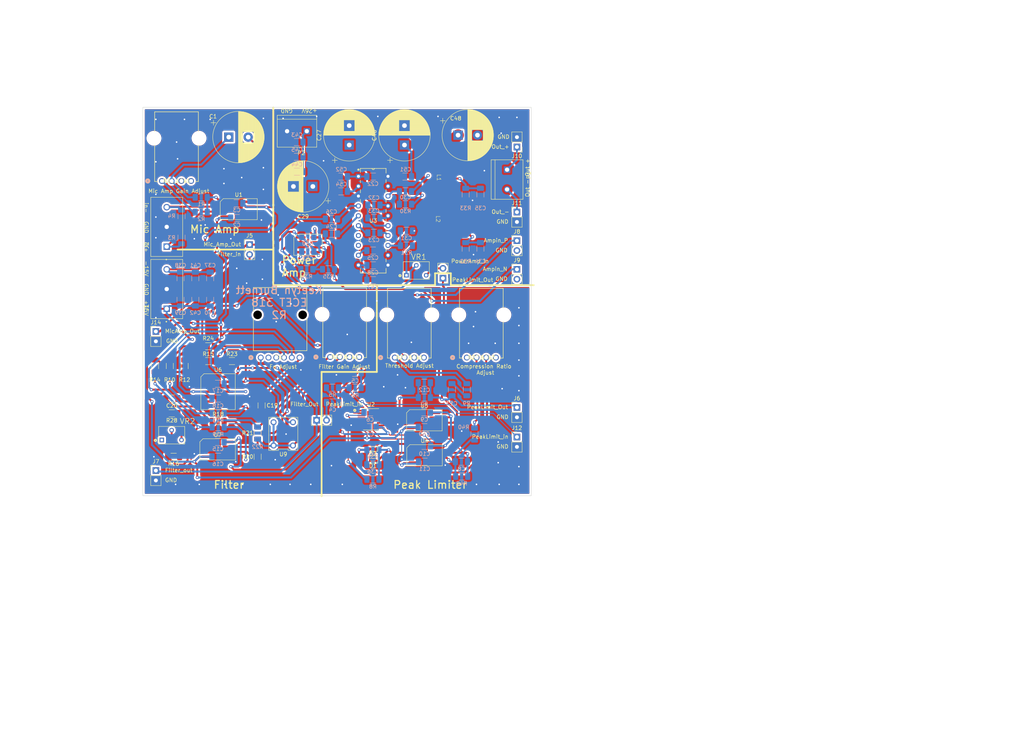
<source format=kicad_pcb>
(kicad_pcb (version 20221018) (generator pcbnew)
  (layers (0 "F.Cu" signal) (1 "In1.Cu" signal) (2 "In2.Cu" signal) (31 "B.Cu" signal) (34 "B.Paste" user) (35 "F.Paste" user) (36 "B.SilkS" user "B.Silkscreen") (37 "F.SilkS" user "F.Silkscreen") (38 "B.Mask" user) (39 "F.Mask" user) (44 "Edge.Cuts" user))
  (net 0 "")
  (net 1 "GND")
  (net 2 "GNDPWR")
  (net 3 "Net-(C1-Pad1)")
  (net 4 "Net-(U1-RG2)")
  (net 5 "-15V")
  (net 6 "+15V")
  (net 7 "/PeakLimit_in")
  (net 8 "Net-(C4-Pad2)")
  (net 9 "Net-(C5-Pad1)")
  (net 10 "Net-(U2-CT)")
  (net 11 "Net-(U4B--)")
  (net 12 "/EC-_in")
  (net 13 "Net-(U2-VCA_OUT)")
  (net 14 "/PeakLimit_out")
  (net 15 "Net-(C13-Pad2)")
  (net 16 "Net-(U6C--)")
  (net 17 "Net-(C19-Pad2)")
  (net 18 "Net-(U6B--)")
  (net 19 "Net-(C20-Pad2)")
  (net 20 "/PowerAmp_in_P")
  (net 21 "Net-(U3-BYPASS)")
  (net 22 "/PowerAmp_in_N")
  (net 23 "Net-(U3-RIN)")
  (net 24 "Net-(U3-VCLAMP)")
  (net 25 "Net-(U3-LIN)")
  (net 26 "Net-(U3-LOUT)")
  (net 27 "Net-(U3-BSL)")
  (net 28 "Net-(U3-BSR)")
  (net 29 "Net-(U3-ROUT)")
  (net 30 "/PowerAmp_in")
  (net 31 "Net-(C35-Pad1)")
  (net 32 "/Speaker_-")
  (net 33 "/Speaker_+")
  (net 34 "+36V")
  (net 35 "Net-(D1-K)")
  (net 36 "Net-(D1-A)")
  (net 37 "Net-(D2-A)")
  (net 38 "/in+")
  (net 39 "/in-")
  (net 40 "/Preamp_out")
  (net 41 "/Filter_in")
  (net 42 "/Filter_out")
  (net 43 "/PeakLimit_test")
  (net 44 "Net-(U1-RG1)")
  (net 45 "Net-(R2-Pad2)")
  (net 46 "/RMS_OUT")
  (net 47 "Net-(R29,50k1-Pad1)")
  (net 48 "Net-(U6A--)")
  (net 49 "Net-(R28-Pad1)")
  (net 50 "Net-(R12-Pad2)")
  (net 51 "Net-(R14-Pad1)")
  (net 52 "Net-(R15-Pad2)")
  (net 53 "Net-(U7A--)")
  (net 54 "Net-(R18-Pad2)")
  (net 55 "Net-(U7B--)")
  (net 56 "Net-(R20-Pad2)")
  (net 57 "Net-(R21-Pad2)")
  (net 58 "Net-(R22-Pad2)")
  (net 59 "Net-(U6D--)")
  (net 60 "Net-(U10B--)")
  (net 61 "/RMS_IN")
  (net 74 "Net-(R29,50k3-Pad2)")
  (net 76 "Net-(U10A-+)")
  (footprint "Connector_PinHeader_2.54mm:PinHeader_1x02_P2.54mm_Vertical" (layer "F.Cu") (at 77.47 70.353)
    (fp_text reference "J5")
    (fp_text value "Conn_01x02_Pin" hide)
  )
  (footprint "PTV111:PTT111-3_17_BRN" (layer "F.Cu") (at 133.39095 99.4283)
    (fp_text reference "R29,50k3")
    (fp_text value "PTV111-4420A-B104")
  )
  (footprint "Resistor_SMD:R_1206_3216Metric_Pad1.30x1.75mm_HandSolder" (layer "F.Cu") (at 66.8405 100.33)
    (fp_text reference "R15")
    (fp_text value "1.5k")
  )
  (footprint "Custom Footprints:Latching Pushbutton" (layer "F.Cu") (at 86.1445 119.078 90)
    (fp_text reference "U9")
    (fp_text value "~")
  )
  (footprint "282837_2 Screw Terminal:TE_282837-2" (layer "F.Cu") (at 89.662 41.148 180)
    (fp_text reference "P2")
    (fp_text value "282837-2")
  )
  (footprint "Resistor_SMD:R_1206_3216Metric_Pad1.30x1.75mm_HandSolder" (layer "F.Cu") (at 56.9345 101.6 -90)
    (fp_text reference "R10")
    (fp_text value "10k")
  )
  (footprint "Capacitor_THT:CP_Radial_D13.0mm_P5.00mm" (layer "F.Cu") (at 93.755216 55.372 180)
    (fp_text reference "C29")
    (fp_text value "470uF")
  )
  (footprint "20k Trim Pot:TRIM_3266W-1-203" (layer "F.Cu") (at 57.404 120.65)
    (fp_text reference "VR2")
    (fp_text value "3266W-1-203")
  )
  (footprint "Connector_PinHeader_2.54mm:PinHeader_1x02_P2.54mm_Vertical" (layer "F.Cu") (at 53.34 92.705)
    (fp_text reference "J14")
    (fp_text value "Conn_01x02_Pin" hide)
  )
  (footprint "Connector_PinHeader_2.54mm:PinHeader_1x02_P2.54mm_Vertical" (layer "F.Cu") (at 127.254 78.999 180)
    (fp_text reference "J16" hide)
    (fp_text value "Conn_01x02_Pin" hide)
  )
  (footprint "Resistor_SMD:R_1206_3216Metric_Pad1.30x1.75mm_HandSolder" (layer "F.Cu") (at 57.912 124.968 180)
    (fp_text reference "R16")
    (fp_text value "10k")
  )
  (footprint "PTV112:PTV112-4_BRN" (layer "F.Cu") (at 82.333652 99.43115)
    (fp_text reference "R43")
    (fp_text value "PTV112-1417A-A103")
  )
  (footprint "Diode_SMD:D_SOD-523" (layer "F.Cu") (at 109.22 125.984 180)
    (fp_text reference "D1")
    (fp_text value "1N914WT")
  )
  (footprint "282837_3 Screw Terminal:TE_282837-3" (layer "F.Cu") (at 56.134 81.788 90)
    (fp_text reference "J1")
    (fp_text value "282837-3")
  )
  (footprint "Resistor_SMD:R_1206_3216Metric_Pad1.30x1.75mm_HandSolder" (layer "F.Cu") (at 57.4425 113.792 180)
    (fp_text reference "R28")
    (fp_text value "1k")
  )
  (footprint "Connector_PinHeader_2.54mm:PinHeader_1x02_P2.54mm_Vertical" (layer "F.Cu") (at 53.34 128.519)
    (fp_text reference "J7")
    (fp_text value "Conn_01x02_Pin" hide)
  )
  (footprint "Resistor_SMD:R_1206_3216Metric_Pad1.30x1.75mm_HandSolder" (layer "F.Cu") (at 79.5405 124.968 90)
    (fp_text reference "R20")
    (fp_text value "10k")
  )
  (footprint "Capacitor_SMD:C_1206_3216Metric_Pad1.33x1.80mm_HandSolder" (layer "F.Cu") (at 57.4425 109.982 180)
    (fp_text reference "C20")
    (fp_text value "47nF")
  )
  (footprint "Resistor_SMD:R_1206_3216Metric_Pad1.30x1.75mm_HandSolder" (layer "F.Cu") (at 66.8405 96.52)
    (fp_text reference "R24")
    (fp_text value "6.98k")
  )
  (footprint "Capacitor_THT:CP_Radial_D13.0mm_P5.00mm" (layer "F.Cu") (at 72.106785 42.672)
    (fp_text reference "C1")
    (fp_text value "470uF")
  )
  (footprint "Connector_PinHeader_2.54mm:PinHeader_1x02_P2.54mm_Vertical" (layer "F.Cu") (at 146.304 69.337)
    (fp_text reference "J8")
    (fp_text value "Conn_01x02_Pin" hide)
  )
  (footprint "Capacitor_SMD:C_1206_3216Metric_Pad1.33x1.80mm_HandSolder" (layer "F.Cu") (at 80.5565 111.76 -90)
    (fp_text reference "C19")
    (fp_text value "47nF")
  )
  (footprint "Custom Footprints:TL084 SOIC-14" (layer "F.Cu") (at 69.352 108.204 -90)
    (fp_text reference "U6")
    (fp_text value "TL084")
  )
  (footprint "Winbond 2Gbit Flash SPI:TL081 SOIC-8" (layer "F.Cu") (at 96.365 67.294 -90)
    (fp_text reference "U10" hide)
    (fp_text value "TL082" hide)
  )
  (footprint "Capacitor_THT:CP_Radial_D13.0mm_P5.00mm" (layer "F.Cu") (at 103.124 44.704 90)
    (fp_text reference "C27")
    (fp_text value "470uF")
  )
  (footprint "THAT 4305:SOP63P599X175-16N" (layer "F.Cu") (at 108.7505 115.316)
    (fp_text reference "U2")
    (fp_text value "4305Q16-U" hide)
  )
  (footprint "PTV111:PTT111-3_17_BRN" (layer "F.Cu") (at 98.2 99.3)
    (fp_text reference "R29,50k2")
    (fp_text value "PTV111-4420A-B104")
  )
  (footprint "Custom Footprints:TL081 SOIC-8" (layer "F.Cu") (at 122.4665 115.57 -90)
    (fp_text reference "U5")
    (fp_text value "TL081")
  )
  (footprint "Winbond 2Gbit Flash SPI:Power Inductor 10uH" (layer "F.Cu") (at 135.4335 49.1265 -90)
    (fp_text reference "L1")
    (fp_text value "10u")
  )
  (footprint "Winbond 2Gbit Flash SPI:Power Inductor 10uH" (layer "F.Cu") (at 135.388 60.102 -90)
    (fp_text reference "L2")
    (fp_text value "10u")
  )
  (footprint "Resistor_SMD:R_1206_3216Metric_Pad1.30x1.75mm_HandSolder" (layer "F.Cu") (at 69.3805 115.824)
    (fp_text reference "R18")
    (fp_text value "1.5k")
  )
  (footprint "Connector_PinHeader_2.54mm:PinHeader_1x02_P2.54mm_Vertical" (layer "F.Cu") (at 146.304 45.217 180)
    (fp_text reference "J10")
    (fp_text value "Conn_01x02_Pin" hide)
  )
  (footprint "Resistor_SMD:R_1206_3216Metric_Pad1.30x1.75mm_HandSolder" (layer "F.Cu") (at 60.7445 101.6 90)
    (fp_text reference "R12")
    (fp_text value "10k")
  )
  (footprint "282837_3 Screw Terminal:TE_282837-3" (layer "F.Cu") (at 56.134 65.786 90)
    (fp_text reference "J2")
    (fp_text value "282837-3")
  )
  (footprint "Resistor_SMD:R_1206_3216Metric_Pad1.30x1.75mm_HandSolder" (layer "F.Cu") (at 53.1245 101.6 90)
    (fp_text reference "R14")
    (fp_text value "10k")
  )
  (footprint "Connector_PinHeader_2.54mm:PinHeader_1x02_P2.54mm_Vertical" (layer "F.Cu") (at 146.304 76.703)
    (fp_text reference "J9")
    (fp_text value "Conn_01x02_Pin" hide)
  )
  (footprint "Resistor_SMD:R_1206_3216Metric_Pad1.30x1.75mm_HandSolder" (layer "F.Cu") (at 72.9365 100.33)
    (fp_text reference "R23")
    (fp_text value "6.98k")
  )
  (footprint "Connector_PinHeader_2.54mm:PinHeader_1x02_P2.54mm_Vertical" (layer "F.Cu") (at 146.304 112.268)
    (fp_text reference "J6")
    (fp_text value "Conn_01x02_Pin" hide)
  )
  (footprint "Custom Footprints:TL081 SOIC-8" (layer "F.Cu") (at 69.248 123.063 -90)
    (fp_text reference "U7")
    (fp_text value "TL082")
  )
  (footprint "Capacitor_THT:CP_Radial_D13.0mm_P5.00mm" (layer "F.Cu") (at 131.144 42.164)
    (fp_text reference "C48")
    (fp_text value "1000uF")
  )
  (footprint "TPA3122:N20" (layer "F.Cu") (at 113.11 75.63)
    (fp_text reference "U3")
    (fp_text value "TPA3122D2N")
  )
  (footprint "Resistor_SMD:R_1206_3216Metric_Pad1.30x1.75mm_HandSolder" (layer "F.Cu") (at 79.5405 118.872 90)
    (fp_text reference "R21")
    (fp_text value "1k")
  )
  (footprint "PTV111:PTT111-3_17_BRN" (layer "F.Cu") (at 114.84895 99.4283)
    (fp_text reference "R29,50k1")
    (fp_text value "PTV111-4420A-B104")
  )
  (footprint "PTV111:PTT111-3_17_BRN" (layer "F.Cu") (at 54.90495 53.9623)
    (fp_text reference "R31,10k1")
    (fp_text value "PTT111-3415A-B103\n")
  )
  (footprint "Diode_SMD:D_SOD-523" (layer "F.Cu") (at 109.22 122.936 180)
    (fp_text reference "D2")
    (fp_text value "1N914WT")
  )
  (footprint "Connector_PinHeader_2.54mm:PinHeader_1x02_P2.54mm_Vertical" (layer "F.Cu") (at 146.304 61.976)
    (fp_text reference "J11")
    (fp_text value "Conn_01x02_Pin" hide)
  )
  (footprint "Connector_PinHeader_2.54mm:PinHeader_1x02_P2.54mm_Vertical" (layer "F.Cu") (at 146.304 119.888)
    (fp_text reference "J12")
    (fp_text value "Conn_01x02_Pin" hide)
  )
  (footprint "Custom Footprints:TL081 SOIC-8" (layer "F.Cu") (at 122.522 124.587 -90)
    (fp_text reference "U4")
    (fp_text value "TL082")
  )
  (footprint "20k Trim Pot:TRIM_3266W-1-203" (layer "F.Cu") (at 120.396 78.232)
    (fp_text reference "VR1")
    (fp_text value "3266W-1-203")
  )
  (footprint "Capacitor_THT:CP_Radial_D13.0mm_P5.00mm" (layer "F.Cu") (at 117.348 44.704 90)
    (fp_text reference "C46")
    (fp_text value "470uF")
  )
  (footprint "282837_2 Screw Terminal:TE_282837-2" (layer "F.Cu") (at 143.764 53.594 -90)
    (fp_text reference "P1")
    (fp_text value "282837-2")
  )
  (footprint "Connector_PinHeader_2.54mm:PinHeader_1x02_P2.54mm_Vertical" (layer "F.Cu") (at 94.737 115.57 90)
    (fp_text reference "J15" hide)
    (fp_text value "Conn_01x02_Pin" hide)
  )
  (footprint "Custom Footprints:THAT 1510 SO8" (layer "F.Cu") (at 74.676 61.214 -90)
    (fp_text reference "U1")
    (fp_text value "THAT 1510")
  )
  (footprint "Capacitor_SMD:C_1206_3216Metric_Pad1.33x1.80mm_HandSolder" (layer "B.Cu") (at 108.4965 117.348)
    (fp_text reference "C7")
    (fp_text value "22uF")
  )
  (footprint "Capacitor_SMD:C_1206_3216Metric_Pad1.33x1.80mm_HandSolder" (layer "B.Cu") (at 74.168 59.69 180)
    (fp_text reference "C3")
    (fp_text value "100nF")
  )
  (footprint "Capacitor_SMD:C_1206_3216Metric_Pad1.33x1.80mm_HandSolder" (layer "B.Cu") (at 74.168 63.5)
    (fp_text reference "C2")
    (fp_text value "100nF")
  )
  (footprint "Capacitor_SMD:C_1206_3216Metric_Pad1.33x1.80mm_HandSolder" (layer "B.Cu") (at 98.806 110.998)
    (fp_text reference "C4")
    (fp_text value "22uF")
  )
  (footprint "Capacitor_SMD:C_1206_3216Metric_Pad1.33x1.80mm_HandSolder" (layer "B.Cu") (at 109.474 67.31)
    (fp_text reference "C23")
    (fp_text value "1uF")
  )
  (footprint "Capacitor_SMD:C_1206_3216Metric_Pad1.33x1.80mm_HandSolder" (layer "B.Cu") (at 117.856 66.802)
    (fp_text reference "C31")
    (fp_text value "220nF")
  )
  (footprint "Capacitor_SMD:C_1206_3216Metric_Pad1.33x1.80mm_HandSolder" (layer "B.Cu") (at 122.522 122.174 180)
    (fp_text reference "C10")
    (fp_text value "100nF")
  )
  (footprint "Capacitor_SMD:C_1206_3216Metric_Pad1.33x1.80mm_HandSolder" (layer "B.Cu") (at 109.474 63.5 180)
    (fp_text reference "C33")
    (fp_text value "10uF")
  )
  (footprint "Resistor_SMD:R_1206_3216Metric_Pad1.30x1.75mm_HandSolder" (layer "B.Cu") (at 79.5405 118.872 -90)
    (fp_text reference "R22")
    (fp_text value "6.98k")
  )
  (footprint "Capacitor_SMD:C_1206_3216Metric_Pad1.33x1.80mm_HandSolder" (layer "B.Cu") (at 101.092 56.642 180)
    (fp_text reference "C54")
    (fp_text value "1nF")
  )
  (footprint "Capacitor_SMD:C_1206_3216Metric_Pad1.33x1.80mm_HandSolder" (layer "B.Cu") (at 89.662 43.942 180)
    (fp_text reference "C43")
    (fp_text value "220pF")
  )
  (footprint "Resistor_SMD:R_1206_3216Metric_Pad1.30x1.75mm_HandSolder" (layer "B.Cu") (at 117.602 56.642)
    (fp_text reference "R30")
    (fp_text value "10k")
  )
  (footprint "Capacitor_SMD:C_1206_3216Metric_Pad1.33x1.80mm_HandSolder" (layer "B.Cu") (at 92.456 68.326 180)
    (fp_text reference "C50")
    (fp_text value "100nF")
  )
  (footprint "Capacitor_SMD:C_1206_3216Metric_Pad1.33x1.80mm_HandSolder" (layer "B.Cu") (at 108.4965 113.538)
    (fp_text reference "C6")
    (fp_text value "10uF")
  )
  (footprint "Resistor_SMD:R_1206_3216Metric_Pad1.30x1.75mm_HandSolder" (layer "B.Cu") (at 92.202 76.708)
    (fp_text reference "R34")
    (fp_text value "10k")
  )
  (footprint "Capacitor_SMD:C_1206_3216Metric_Pad1.33x1.80mm_HandSolder" (layer "B.Cu") (at 98.552 63.754 180)
    (fp_text reference "C26")
    (fp_text value "10uF")
  )
  (footprint "Resistor_SMD:R_1206_3216Metric_Pad1.30x1.75mm_HandSolder" (layer "B.Cu") (at 109.22 123.19 180)
    (fp_text reference "R39")
    (fp_text value "10k")
  )
  (footprint "Capacitor_SMD:C_1206_3216Metric_Pad1.33x1.80mm_HandSolder" (layer "B.Cu") (at 89.662 51.562 180)
    (fp_text reference "C44")
    (fp_text value "22uF")
  )
  (footprint "Resistor_SMD:R_1206_3216Metric_Pad1.30x1.75mm_HandSolder" (layer "B.Cu") (at 104.648 107.188 180)
    (fp_text reference "R6")
    (fp_text value "5k1")
  )
  (footprint "Capacitor_SMD:C_1206_3216Metric_Pad1.33x1.80mm_HandSolder" (layer "B.Cu") (at 109.22 75.692)
    (fp_text reference "C28")
    (fp_text value "100nF")
  )
  (footprint "Resistor_SMD:R_1206_3216Metric_Pad1.30x1.75mm_HandSolder" (layer "B.Cu") (at 65.024 61.976 180)
    (fp_text reference "R2")
    (fp_text value "330")
  )
  (footprint "Capacitor_SMD:C_1206_3216Metric_Pad1.33x1.80mm_HandSolder" (layer "B.Cu") (at 117.602 59.944 180)
    (fp_text reference "C30")
    (fp_text value "220nF")
  )
  (footprint "Resistor_SMD:R_1206_3216Metric_Pad1.30x1.75mm_HandSolder" (layer "B.Cu") (at 59.944 62.992 90)
    (fp_text reference "R4")
    (fp_text value "1k")
  )
  (footprint "Capacitor_SMD:C_1206_3216Metric_Pad1.33x1.80mm_HandSolder" (layer "B.Cu") (at 109.22 52.832)
    (fp_text reference "C22")
    (fp_text value "100nF")
  )
  (footprint "Capacitor_SMD:C_1206_3216Metric_Pad1.33x1.80mm_HandSolder" (layer "B.Cu") (at 63.5 78.994 -90)
    (fp_text reference "C41")
    (fp_text value "100nF")
  )
  (footprint "Capacitor_SMD:C_1206_3216Metric_Pad1.33x1.80mm_HandSolder" (layer "B.Cu") (at 117.602 52.832 180)
    (fp_text reference "C51")
    (fp_text value "100nF")
  )
  (footprint "Capacitor_SMD:C_1206_3216Metric_Pad1.33x1.80mm_HandSolder" (layer "B.Cu") (at 69.342 121.158 180)
    (fp_text reference "C15")
    (fp_text value "100nF")
  )
  (footprint "Resistor_SMD:R_1206_3216Metric_Pad1.30x1.75mm_HandSolder" (layer "B.Cu") (at 132.08 130.048)
    (fp_text reference "R42")
    (fp_text value "10k")
  )
  (footprint "Capacitor_SMD:C_1206_3216Metric_Pad1.33x1.80mm_HandSolder" (layer "B.Cu") (at 132.014 126.238)
    (fp_text reference "C8")
    (fp_text value "100nF")
  )
  (footprint "Capacitor_SMD:C_1206_3216Metric_Pad1.33x1.80mm_HandSolder" (layer "B.Cu") (at 104.648 103.378 180)
    (fp_text reference "C5")
    (fp_text value "220pF")
  )
  (footprint "Resistor_SMD:R_1206_3216Metric_Pad1.30x1.75mm_HandSolder" (layer "B.Cu") (at 97.79 76.708)
    (fp_text reference "R35")
    (fp_text value "10k")
  )
  (footprint "Capacitor_SMD:C_1206_3216Metric_Pad1.33x1.80mm_HandSolder" (layer "B.Cu") (at 109.22 127 180)
    (fp_text reference "C36")
    (fp_text value "22p")
  )
  (footprint "Capacitor_SMD:C_1206_3216Metric_Pad1.33x1.80mm_HandSolder" (layer "B.Cu") (at 101.092 52.832 180)
    (fp_text reference "C52")
    (fp_text value "1nF")
  )
  (footprint "Resistor_SMD:R_1206_3216Metric_Pad1.30x1.75mm_HandSolder" (layer "B.Cu") (at 98.806 107.188)
    (fp_text reference "R5")
    (fp_text value "20k")
  )
  (footprint "Resistor_SMD:R_1206_3216Metric_Pad1.30x1.75mm_HandSolder" (layer "B.Cu") (at 65.024 58.166 180)
    (fp_text reference "R1")
    (fp_text value "330")
  )
  (footprint "Resistor_SMD:R_1206_3216Metric_Pad1.30x1.75mm_HandSolder" (layer "B.Cu") (at 69.3805 117.348)
    (fp_text reference "R19")
    (fp_text value "10k")
  )
  (footprint "Capacitor_SMD:C_1206_3216Metric_Pad1.33x1.80mm_HandSolder" (layer "B.Cu") (at 122.4665 113.538)
    (fp_text reference "C9")
    (fp_text value "100nF")
  )
  (footprint "Resistor_SMD:R_1206_3216Metric_Pad1.30x1.75mm_HandSolder" (layer "B.Cu") (at 133.3885 107.696 90)
    (fp_text reference "R9")
    (fp_text value "309k")
  )
  (footprint "Capacitor_SMD:C_1206_3216Metric_Pad1.33x1.80mm_HandSolder" (layer "B.Cu") (at 98.552 67.564 180)
    (fp_text reference "C24")
    (fp_text value "10uF")
  )
  (footprint "Capacitor_SMD:C_1206_3216Metric_Pad1.33x1.80mm_HandSolder" (layer "B.Cu") (at 129.5785 107.696 90)
    (fp_text reference "C13")
    (fp_text value "22uF")
  )
  (footprint "Capacitor_SMD:C_1206_3216Metric_Pad1.33x1.80mm_HandSolder" (layer "B.Cu") (at 89.662 47.752 180)
    (fp_text reference "C45")
    (fp_text value "100nF")
  )
  (footprint "Capacitor_SMD:C_1206_3216Metric_Pad1.33x1.80mm_HandSolder" (layer "B.Cu") (at 122.4665 105.918)
    (fp_text reference "C12")
    (fp_text value "22pF")
  )
  (footprint "Capacitor_SMD:C_1206_3216Metric_Pad1.33x1.80mm_HandSolder" (layer "B.Cu") (at 136.906 57.404 -90)
    (fp_text reference "C35")
    (fp_text value "680nF")
  )
  (footprint "Capacitor_SMD:C_1206_3216Metric_Pad1.33x1.80mm_HandSolder" (layer "B.Cu") (at 136.906 71.374 -90)
    (fp_text reference "C34")
    (fp_text value "680nF")
  )
  (footprint "Resistor_SMD:R_1206_3216Metric_Pad1.30x1.75mm_HandSolder" (layer "B.Cu") (at 135.382 119.126 -90)
    (fp_text reference "R40")
    (fp_text value "6.98k")
  )
  (footprint "Capacitor_SMD:C_1206_3216Metric_Pad1.33x1.80mm_HandSolder" (layer "B.Cu") (at 69.342 124.968)
    (fp_text reference "C16")
    (fp_text value "100nF")
  )
  (footprint "Resistor_SMD:R_1206_3216Metric_Pad1.30x1.75mm_HandSolder" (layer "B.Cu") (at 117.856 70.612)
    (fp_text reference "R31")
    (fp_text value "10k")
  )
  (footprint "Capacitor_SMD:C_1206_3216Metric_Pad1.33x1.80mm_HandSolder" (layer "B.Cu") (at 109.22 71.882)
    (fp_text reference "C25")
    (fp_text value "1uF")
  )
  (footprint "Capacitor_SMD:C_1206_3216Metric_Pad1.33x1.80mm_HandSolder" (layer "B.Cu") (at 122.522 126.238)
    (fp_text reference "C11")
    (fp_text value "100nF")
  )
  (footprint "Resistor_SMD:R_1206_3216Metric_Pad1.30x1.75mm_HandSolder" (layer "B.Cu") (at 69.3805 113.792)
    (fp_text reference "R13")
    (fp_text value "10k")
  )
  (footprint "Capacitor_SMD:C_1206_3216Metric_Pad1.33x1.80mm_HandSolder" (layer "B.Cu") (at 69.342 109.982)
    (fp_text reference "C18")
    (fp_text value "100nF")
  )
  (footprint "Resistor_SMD:R_1206_3216Metric_Pad1.30x1.75mm_HandSolder" (layer "B.Cu") (at 122.4665 109.728)
    (fp_text reference "R7")
    (fp_text value "20k")
  )
  (footprint "Capacitor_SMD:C_1206_3216Metric_Pad1.33x1.80mm_HandSolder" (layer "B.Cu") (at 109.474 60.15 180)
    (fp_text reference "C32")
    (fp_text value "100nF")
  )
  (footprint "Capacitor_SMD:C_1206_3216Metric_Pad1.33x1.80mm_HandSolder" (layer "B.Cu") (at 109.22 79.502)
    (fp_text reference "C47")
    (fp_text value "100nF")
  )
  (footprint "Capacitor_SMD:C_1206_3216Metric_Pad1.33x1.80mm_HandSolder" (layer "B.Cu") (at 92.456 72.136 180)
    (fp_text reference "C53")
    (fp_text value "100nF")
  )
  (footprint "Capacitor_SMD:C_1206_3216Metric_Pad1.33x1.80mm_HandSolder" (layer "B.Cu") (at 59.69 84.582 90)
    (fp_text reference "C39")
    (fp_text value "220pF")
  )
  (footprint "Capacitor_SMD:C_1206_3216Metric_Pad1.33x1.80mm_HandSolder" (layer "B.Cu") (at 59.69 78.994 -90)
    (fp_text reference "C38")
    (fp_text value "220pF")
  )
  (footprint "Capacitor_SMD:C_1206_3216Metric_Pad1.33x1.80mm_HandSolder" (layer "B.Cu") (at 67.31 84.582 90)
    (fp_text reference "C40")
    (fp_text value "22uF")
  )
  (footprint "Resistor_SMD:R_1206_3216Metric_Pad1.30x1.75mm_HandSolder" (layer "B.Cu") (at 133.096 57.404 -90)
    (fp_text reference "R33")
    (fp_text value "4.7k")
  )
  (footprint "Capacitor_SMD:C_1206_3216Metric_Pad1.33x1.80mm_HandSolder" (layer "B.Cu") (at 122.4665 117.348 180)
    (fp_text reference "C49")
    (fp_text value "100nF")
  )
  (footprint "Resistor_SMD:R_1206_3216Metric_Pad1.30x1.75mm_HandSolder" (layer "B.Cu") (at 133.096 71.374 -90)
    (fp_text reference "R32")
    (fp_text value "4.7k")
  )
  (footprint "Capacitor_SMD:C_1206_3216Metric_Pad1.33x1.80mm_HandSolder" (layer "B.Cu") (at 69.342 106.172 180)
    (fp_text reference "C17")
    (fp_text value "100nF")
  )
  (footprint "Capacitor_SMD:C_1206_3216Metric_Pad1.33x1.80mm_HandSolder" (layer "B.Cu") (at 67.31 78.994 -90)
    (fp_text reference "C37")
    (fp_text value "22uF")
  )
  (footprint "Capacitor_SMD:C_1206_3216Metric_Pad1.33x1.80mm_HandSolder" (layer "B.Cu") (at 63.5 84.582 90)
    (fp_text reference "C42")
    (fp_text value "100nF")
  )
  (footprint "Resistor_SMD:R_1206_3216Metric_Pad1.30x1.75mm_HandSolder" (layer "B.Cu") (at 59.944 68.58 90)
    (fp_text reference "R3")
    (fp_text value "1k")
  )
  (footprint "Resistor_SMD:R_1206_3216Metric_Pad1.30x1.75mm_HandSolder" (layer "B.Cu") (at 109.22 130.81)
    (fp_text reference "R8")
    (fp_text value "10k")
  )
  (gr_line (start 83.566 71.628) (end 58.928 71.628) (stroke (width 0.45)) (layer "F.SilkS"))
  (gr_line (start 110.236 80.772) (end 125.222 80.772) (stroke (width 0.45)) (layer "F.SilkS"))
  (gr_line (start 96.012 103.124) (end 110.236 103.124) (stroke (width 0.45)) (layer "F.SilkS"))
  (gr_line (start 125.222 80.772) (end 125.222 77.724) (stroke (width 0.45)) (layer "F.SilkS"))
  (gr_line (start 129.286 80.772) (end 150.622 80.772) (stroke (width 0.45)) (layer "F.SilkS"))
  (gr_line (start 83.566 80.772) (end 83.566 71.628) (stroke (width 0.45)) (layer "F.SilkS"))
  (gr_line (start 129.286 77.724) (end 129.286 80.772) (stroke (width 0.45)) (layer "F.SilkS"))
  (gr_line (start 129.286 77.724) (end 125.222 77.724) (stroke (width 0.45)) (layer "F.SilkS"))
  (gr_line (start 110.236 103.124) (end 110.236 80.772) (stroke (width 0.45)) (layer "F.SilkS"))
  (gr_line (start 96.007 115.57) (end 96.012 103.124) (stroke (width 0.45)) (layer "F.SilkS"))
  (gr_line (start 110.236 80.772) (end 83.566 80.772) (stroke (width 0.45)) (layer "F.SilkS"))
  (gr_line (start 83.566 71.628) (end 83.566 35.052) (stroke (width 0.45)) (layer "F.SilkS"))
  (gr_line (start 125.222 80.772) (end 124.46 80.772) (stroke (width 0.15)) (layer "F.SilkS"))
  (gr_line (start 96.012 135.128) (end 96.007 115.57) (stroke (width 0.45)) (layer "F.SilkS"))
  (gr_rect (start 50 35) (end 150 135) (stroke (width 0.1)) (fill none) (layer "Edge.Cuts"))
  (gr_text "Keetyn Burnett\nECET 318\nR2" (at 85.09 89.662) (layer "B.SilkS") (effects (font (size 2 2) (thickness 0.3)) (justify bottom mirror)))
  (gr_text "GND" (at 140.716 79.756) (layer "F.SilkS") (effects (font (size 1 1)) (justify left bottom)))
  (gr_text "PeakLimit_in" (at 97.028 112.014) (layer "F.SilkS") (effects (font (size 1 1)) (justify left bottom)))
  (gr_text "GND" (at 88.646 35.306 180) (layer "F.SilkS") (effects (font (size 1 1)) (justify left bottom)))
  (gr_text "Fo Adjust" (at 86.106 102.362) (layer "F.SilkS") (effects (font (size 1 1)) (justify bottom)))
  (gr_text "Mic Amp" (at 61.976 67.564) (layer "F.SilkS") (effects (font (size 2 2) (thickness 0.3)) (justify left bottom)))
  (gr_text "Out_+\n" (at 139.7 45.72) (layer "F.SilkS") (effects (font (size 1 1)) (justify left bottom)))
  (gr_text "Threshold Adjust" (at 118.618 102.108) (layer "F.SilkS") (effects (font (size 1 1)) (justify bottom)))
  (gr_text "Mic Amp Gain Adjust\n" (at 51.308 57.15) (layer "F.SilkS") (effects (font (size 1 1)) (justify left bottom)))
  (gr_text "Out_-" (at 139.7 62.484) (layer "F.SilkS") (effects (font (size 1 1)) (justify left bottom)))
  (gr_text "GND" (at 140.97 122.936) (layer "F.SilkS") (effects (font (size 1 1)) (justify left bottom)))
  (gr_text "Ampin_P" (at 137.668 69.85) (layer "F.SilkS") (effects (font (size 1 1)) (justify left bottom)))
  (gr_text "Compression Ratio \nAdjust" (at 138.176 103.886) (layer "F.SilkS") (effects (font (size 1 1)) (justify bottom)))
  (gr_text "in-" (at 50.292 59.436 -90) (layer "F.SilkS") (effects (font (size 1 1)) (justify left bottom)))
  (gr_text "in+" (at 50.292 69.596 -90) (layer "F.SilkS") (effects (font (size 1 1)) (justify left bottom)))
  (gr_text "GND" (at 141.224 43.18) (layer "F.SilkS") (effects (font (size 1 1)) (justify left bottom)))
  (gr_text "GND" (at 55.626 131.572) (layer "F.SilkS") (effects (font (size 1 1)) (justify left bottom)))
  (gr_text "MicAmp_Out" (at 55.626 93.218) (layer "F.SilkS") (effects (font (size 1 1)) (justify left bottom)))
  (gr_text "GND" (at 140.716 72.39) (layer "F.SilkS") (effects (font (size 1 1)) (justify left bottom)))
  (gr_text "GND" (at 50.292 80.264 -90) (layer "F.SilkS") (effects (font (size 1 1)) (justify left bottom)))
  (gr_text "Filter_Out" (at 87.884 112.014) (layer "F.SilkS") (effects (font (size 1 1)) (justify left bottom)))
  (gr_text "PowerAmp_in" (at 129.286 75.184) (layer "F.SilkS") (effects (font (size 1 1)) (justify left bottom)))
  (gr_text "Filter Gain Adjust" (at 101.854 102.362) (layer "F.SilkS") (effects (font (size 1 1)) (justify bottom)))
  (gr_text "GND" (at 55.88 95.758) (layer "F.SilkS") (effects (font (size 1 1)) (justify left bottom)))
  (gr_text "PeakLimit_in" (at 134.62 120.396) (layer "F.SilkS") (effects (font (size 1 1)) (justify left bottom)))
  (gr_text "Ampin_N" (at 137.414 77.216) (layer "F.SilkS") (effects (font (size 1 1)) (justify left bottom)))
  (gr_text "+15V" (at 50.292 84.582 -90) (layer "F.SilkS") (effects (font (size 1 1)) (justify left bottom)))
  (gr_text "Out_+" (at 149.606 52.832 90) (layer "F.SilkS") (effects (font (size 1 1)) (justify left bottom)))
  (gr_text "GND\n" (at 50.292 64.262 -90) (layer "F.SilkS") (effects (font (size 1 1)) (justify left bottom)))
  (gr_text "PeakLimit_Out" (at 133.35 112.776) (layer "F.SilkS") (effects (font (size 1 1)) (justify left bottom)))
  (gr_text "GND" (at 140.97 115.316) (layer "F.SilkS") (effects (font (size 1 1)) (justify left bottom)))
  (gr_text "Mic_Amp_Out" (at 65.532 70.866) (layer "F.SilkS") (effects (font (size 1 1)) (justify left bottom)))
  (gr_text "Filter" (at 68.072 133.35) (layer "F.SilkS") (effects (font (size 2 2) (thickness 0.3)) (justify left bottom)))
  (gr_text "+26V" (at 94.996 35.306 180) (layer "F.SilkS") (effects (font (size 1 1)) (justify left bottom)))
  (gr_text "Out_-\n" (at 149.606 58.166 90) (layer "F.SilkS") (effects (font (size 1 1)) (justify left bottom)))
  (gr_text "Filter_in" (at 69.088 73.406) (layer "F.SilkS") (effects (font (size 1 1)) (justify left bottom)))
  (gr_text "Filter_out" (at 55.626 129.032) (layer "F.SilkS") (effects (font (size 1 1)) (justify left bottom)))
  (gr_text "PeakLimit_Out" (at 129.54 80.01) (layer "F.SilkS") (effects (font (size 1 1)) (justify left bottom)))
  (gr_text "GND" (at 140.97 65.024) (layer "F.SilkS") (effects (font (size 1 1)) (justify left bottom)))
  (gr_text "-15V" (at 50.292 74.422 -90) (layer "F.SilkS") (effects (font (size 1 1)) (justify left bottom)))
  (gr_text "Power\nAmp" (at 85.598 78.74) (layer "F.SilkS") (effects (font (size 2 2) (thickness 0.3)) (justify left bottom)))
  (gr_text "Peak Limiter" (at 114.3 133.35) (layer "F.SilkS") (effects (font (size 2 2) (thickness 0.3)) (justify left bottom)))
  (segment (start 116.68 125.603) (end 117.061 125.222) (width 0.5) (layer "F.Cu") (net 1))
  (segment (start 79.121 63.119) (end 77.576 63.119) (width 0.5) (layer "F.Cu") (net 1))
  (segment (start 77.47 109.474) (end 77.912 109.032) (width 0.5) (layer "F.Cu") (net 1))
  (segment (start 115.6085 116.586) (end 115.3545 116.84) (width 0.25) (layer "F.Cu") (net 1))
  (segment (start 63.246 124.206) (end 63.754 123.698) (width 0.5) (layer "F.Cu") (net 1))
  (segment (start 61.976 106.934) (end 61.722 107.188) (width 0.5) (layer "F.Cu") (net 1))
  (segment (start 61.722 107.188) (end 61.722 109.22) (width 0.5) (layer "F.Cu") (net 1))
  (segment (start 113.306551 116.84) (end 112.735051 116.2685) (width 0.25) (layer "F.Cu") (net 1))
  (segment (start 72.644 124.968) (end 71.948 124.968) (width 0.5) (layer "F.Cu") (net 1))
  (segment (start 77.47 106.934) (end 71.902 106.934) (width 0.5) (layer "F.Cu") (net 1))
  (segment (start 112.735051 116.2685) (end 111.2205 116.2685) (width 0.25) (layer "F.Cu") (net 1))
  (segment (start 115.9895 116.205) (end 119.7665 116.205) (width 0.5) (layer "F.Cu") (net 1))
  (segment (start 77.47 109.474) (end 71.902 109.474) (width 0.5) (layer "F.Cu") (net 1))
  (segment (start 87.34995 67.056) (end 80.772 73.63395) (width 0.5) (layer "F.Cu") (net 1))
  (segment (start 88.9 67.056) (end 87.34995 67.056) (width 0.5) (layer "F.Cu") (net 1))
  (segment (start 63.754 123.698) (end 66.548 123.698) (width 0.5) (layer "F.Cu") (net 1))
  (segment (start 103.632 116.84) (end 104.2035 116.2685) (width 0.25) (layer "F.Cu") (net 1))
  (segment (start 95.25 73.139) (end 94.415 72.304) (width 0.5) (layer "F.Cu") (net 1))
  (segment (start 80.518 64.008) (end 80.01 64.008) (width 0.5) (layer "F.Cu") (net 1))
  (segment (start 73.914 126.238) (end 72.644 124.968) (width 0.5) (layer "F.Cu") (net 1))
  (segment (start 61.976 109.474) (end 66.802 109.474) (width 0.5) (layer "F.Cu") (net 1))
  (segment (start 61.976 106.934) (end 66.802 106.934) (width 0.5) (layer "F.Cu") (net 1))
  (segment (start 104.2035 116.2685) (end 106.2805 116.2685) (width 0.25) (layer "F.Cu") (net 1))
  (segment (start 115.3545 116.84) (end 113.306551 116.84) (width 0.25) (layer "F.Cu") (net 1))
  (segment (start 95.25 73.152) (end 95.25 73.139) (width 0.5) (layer "F.Cu") (net 1))
  (segment (start 77.912 107.376) (end 77.47 106.934) (width 0.5) (layer "F.Cu") (net 1))
  (segment (start 127.348 126.619) (end 125.349 126.619) (width 0.5) (layer "F.Cu") (net 1))
  (segment (start 125.349 126.619) (end 125.222 126.492) (width 0.5) (layer "F.Cu") (net 1))
  (segment (start 115.6085 116.586) (end 115.9895 116.205) (width 0.5) (layer "F.Cu") (net 1))
  (segment (start 117.061 125.222) (end 119.822 125.222) (width 0.5) (layer "F.Cu") (net 1))
  (segment (start 80.01 64.008) (end 79.121 63.119) (width 0.5) (layer "F.Cu") (net 1))
  (segment (start 80.772 73.63395) (end 80.772 74.168) (width 0.5) (layer "F.Cu") (net 1))
  (segment (start 77.912 109.032) (end 77.912 107.376) (width 0.5) (layer "F.Cu") (net 1))
  (segment (start 61.722 109.22) (end 61.976 109.474) (width 0.5) (layer "F.Cu") (net 1))
  (segment (start 127.856 127.127) (end 127.348 126.619) (width 0.5) (layer "F.Cu") (net 1))
  (via (at 133.858 95.758) (size 0.8) (drill 0.4) (layers "F.Cu" "B.Cu") (net 1))
  (via (at 82.804 132.08) (size 0.8) (drill 0.4) (layers "F.Cu" "B.Cu") (net 1))
  (via (at 141.478 126.492) (size 0.8) (drill 0.4) (layers "F.Cu" "B.Cu") (net 1))
  (via (at 63.246 68.834) (size 0.8) (drill 0.4) (layers "F.Cu" "B.Cu") (net 1))
  (via (at 77.47 109.474) (size 0.8) (drill 0.4) (layers "F.Cu" "B.Cu") (net 1))
  (via (at 73.914 126.238) (size 0.8) (drill 0.4) (layers "F.Cu" "B.Cu") (net 1))
  (via (at 67.31 38.1) (size 0.8) (drill 0.4) (layers "F.Cu" "B.Cu") (net 1))
  (via (at 75.692 132.08) (size 0.8) (drill 0.4) (layers "F.Cu" "B.Cu") (net 1))
  (via (at 84.328 90.17) (size 0.8) (drill 0.4) (layers "F.Cu" "B.Cu") (net 1))
  (via (at 146.812 127.508) (size 0.8) (drill 0.4) (layers "F.Cu" "B.Cu") (net 1))
  (via (at 146.812 132.08) (size 0.8) (drill 0.4) (layers "F.Cu" "B.Cu") (net 1))
  (via (at 88.9 67.056) (size 0.8) (drill 0.4) (layers "F.Cu" "B.Cu") (net 1))
  (via (at 141.478 121.158) (size 0.8) (drill 0.4) (layers "F.Cu" "B.Cu") (net 1))
  (via (at 90.678 102.616) (size 0.8) (drill 0.4) (layers "F.Cu" "B.Cu") (net 1))
  (via (at 112.014 106.934) (size 0.8) (drill 0.4) (layers "F.Cu" "B.Cu") (net 1))
  (via (at 80.772 79.248) (size 0.8) (drill 0.4) (layers "F.Cu" "B.Cu") (net 1))
  (via (at 127.856 127.127) (size 0.8) (drill 0.4) (layers "F.Cu" "B.Cu") (net 1))
  (via (at 71.12 132.08) (size 0.8) (drill 0.4) (layers "F.Cu" "B.Cu") (net 1))
  (via (at 80.518 64.008) (size 0.8) (drill 0.4) (layers "F.Cu" "B.Cu") (net 1))
  (via (at 142.494 107.442) (size 0.8) (drill 0.4) (layers "F.Cu" "B.Cu") (net 1))
  (via (at 70.866 50.8) (size 0.8) (drill 0.4) (layers "F.Cu" "B.Cu") (net 1))
  (via (at 115.6085 116.586) (size 0.8) (drill 0.4) (layers "F.Cu" "B.Cu") (net 1))
  (via (at 146.812 91.186) (size 0.8) (drill 0.4) (layers "F.Cu" "B.Cu") (net 1))
  (via (at 53.34 57.404) (size 0.8) (drill 0.4) (layers "F.Cu" "B.Cu") (net 1))
  (via (at 103.632 116.84) (size 0.8) (drill 0.4) (layers "F.Cu" "B.Cu") (net 1))
  (via (at 81.026 50.546) (size 0.8) (drill 0.4) (layers "F.Cu" "B.Cu") (net 1))
  (via (at 84.836 83.312) (size 0.8) (drill 0.4) (layers "F.Cu" "B.Cu") (net 1))
  (via (at 95.25 73.152) (size 0.8) (drill 0.4) (layers "F.Cu" "B.Cu") (net 1))
  (via (at 98.552 127.254) (size 0.8) (drill 0.4) (layers "F.Cu" "B.Cu") (net 1))
  (via (at 141.732 132.08) (size 0.8) (drill 0.4) (layers "F.Cu" "B.Cu") (net 1))
  (via (at 140.716 95.758) (size 0.8) (drill 0.4) (layers "F.Cu" "B.Cu") (net 1))
  (via (at 132.08 118.364) (size 0.8) (drill 0.4) (layers "F.Cu" "B.Cu") (net 1))
  (via (at 110.236 84.836) (size 0.8) (drill 0.4) (layers "F.Cu" "B.Cu") (net 1))
  (via (at 135.89 132.08) (size 0.8) (drill 0.4) (layers "F.Cu" "B.Cu") (net 1))
  (via (at 53.34 38.1) (size 0.8) (drill 0.4) (layers "F.Cu" "B.Cu") (net 1))
  (via (at 58.42 132.08) (size 0.8) (drill 0.4) (layers "F.Cu" "B.Cu") (net 1))
  (via (at 66.04 65.278) (size 0.8) (drill 0.4) (layers "F.Cu" "B.Cu") (net 1))
  (via (at 135.128 91.44) (size 0.8) (drill 0.4) (layers "F.Cu" "B.Cu") (net 1))
  (via (at 146.812 95.758) (size 0.8) (drill 0.4) (layers "F.Cu" "B.Cu") (net 1))
  (via (at 102.616 93.472) (size 0.8) (drill 0.4) (layers "F.Cu" "B.Cu") (net 1))
  (via (at 76.708 80.264) (size 0.8) (drill 0.4) (layers "F.Cu" "B.Cu") (net 1))
  (via (at 123.444 52.578) (size 0.8) (drill 0.4) (layers "F.Cu" "B.Cu") (net 1))
  (via (at 146.812 107.95) (size 0.8) (drill 0.4) (layers "F.Cu" "B.Cu") (net 1))
  (via (at 58.928 48.26) (size 0.8) (drill 0.4) (layers "F.Cu" "B.Cu") (net 1))
  (via (at 87.884 132.08) (size 0.8) (drill 0.4) (layers "F.Cu" "B.Cu") (net 1))
  (via (at 52.832 124.968) (size 0.8) (drill 0.4) (layers "F.Cu" "B.Cu") (net 1))
  (via (at 63.246 124.206) (size 0.8) (drill 0.4) (layers "F.Cu" "B.Cu") (net 1))
  (via (at 86.868 119.126) (size 0.8) (drill 0.4) (layers "F.Cu" "B.Cu") (net 1))
  (via (at 99.822 103.886) (size 0.8) (drill 0.4) (layers "F.Cu" "B.Cu") (net 1))
  (via (at 53.34 49.022) (size 0.8) (drill 0.4) (layers "F.Cu" "B.Cu") (net 1))
  (via (at 53.34 68.58) (size 0.8) (drill 0.4) (layers "F.Cu" "B.Cu") (net 1))
  (via (at 58.674 43.942) (size 0.8) (drill 0.4) (layers "F.Cu" "B.Cu") (net 1))
  (via (at 146.812 100.076) (size 0.8) (drill 0.4) (layers "F.Cu" "B.Cu") (net 1))
  (via (at 80.772 74.168) (size 0.8) (drill 0.4) (layers "F.Cu" "B.Cu") (net 1))
  (via (at 53.34 63.246) (size 0.8) (drill 0.4) (layers "F.Cu" "B.Cu") (net 1))
  (via (at 93.218 132.08) (size 0.8) (drill 0.4) (layers "F.Cu" "B.Cu") (net 1))
  (via (at 64.516 132.08) (size 0.8) (drill 0.4) (layers "F.Cu" "B.Cu") (net 1))
  (via (at 84.074 125.73) (size 0.8) (drill 0.4) (layers "F.Cu" "B.Cu") (net 1))
  (via (at 146.812 104.14) (size 0.8) (drill 0.4) (layers "F.Cu" "B.Cu") (net 1))
  (via (at 146.812 86.614) (size 0.8) (drill 0.4) (layers "F.Cu" "B.Cu") (net 1))
  (via (at 116.68 125.603) (size 0.8) (drill 0.4) (layers "F.Cu" "B.Cu") (net 1))
  (via (at 75.438 53.086) (size 0.8) (drill 0.4) (layers "F.Cu" "B.Cu") (net 1))
  (via (at 70.866 54.61) (size 0.8) (drill 0.4) (layers "F.Cu" "B.Cu") (net 1))
  (via (at 135.636 87.63) (size 0.8) (drill 0.4) (layers "F.Cu" "B.Cu") (net 1))
  (via (at 53.34 89.154) (size 0.8) (drill 0.4) (layers "F.Cu" "B.Cu") (net 1))
  (via (at 81.026 56.134) (size 0.8) (drill 0.4) (layers "F.Cu" "B.Cu") (net 1))
  (via (at 88.138 85.598) (size 0.8) (drill 0.4) (layers "F.Cu" "B.Cu") (net 1))
  (via (at 61.976 106.934) (size 0.8) (drill 0.4) (layers "F.Cu" "B.Cu") (net 1))
  (via (at 72.644 68.834) (size 0.8) (drill 0.4) (layers "F.Cu" "B.Cu") (net 1))
  (via (at 60.706 38.1) (size 0.8) (drill 0.4) (layers "F.Cu" "B.Cu") (net 1))
  (via (at 74.168 76.454) (size 0.8) (drill 0.4) (layers "F.Cu" "B.Cu") (net 1))
  (via (at 101.346 132.08) (size 0.8) (drill 0.4) (layers "F.Cu" "B.Cu") (net 1))
  (via (at 119.126 95.504) (size 0.8) (drill 0.4) (layers "F.Cu" "B.Cu") (net 1))
  (via (at 117.602 107.188) (size 0.8) (drill 0.4) (layers "F.Cu" "B.Cu") (net 1))
  (via (at 115.57 103.886) (size 0.8) (drill 0.4) (layers "F.Cu" "B.Cu") (net 1))
  (via (at 81.026 37.846) (size 0.8) (drill 0.4) (layers "F.Cu" "B.Cu") (net 1))
  (segment (start 70.9045 109.297) (end 67.7795 106.172) (width 0.5) (layer "B.Cu") (net 1))
  (segment (start 72.6055 59.69) (end 72.644 59.69) (width 0.5) (layer "B.Cu") (net 1))
  (segment (start 109.8815 65.47) (end 113.11 65.47) (width 0.5) (layer "B.Cu") (net 1))
  (segment (start 64.008 124.206) (end 64.262 123.952) (width 0.5) (layer "B.Cu") (net 1))
  (segment (start 64.262 123.952) (end 65.532 123.952) (width 0.5) (layer "B.Cu") (net 1))
  (segment (start 77.47 109.474) (end 71.4125 109.474) (width 0.5) (layer "B.Cu") (net 1))
  (segment (start 94.0185 71.451) (end 90.8935 68.326) (width 0.5) (layer "B.Cu") (net 1))
  (segment (start 90.17 68.326) (end 88.9 67.056) (width 0.5) (layer "B.Cu") (net 1))
  (segment (start 120.9595 122.174) (end 120.109 122.174) (width 0.5) (layer "B.Cu") (net 1))
  (segment (start 118.364 116.078) (end 120.904 113.538) (width 0.5) (layer "B.Cu") (net 1))
  (segment (start 124.029 116.663) (end 120.904 113.538) (width 0.5) (layer "B.Cu") (net 1))
  (segment (start 112.41 67.31) (end 113.11 68.01) (width 0.5) (layer "B.Cu") (net 1))
  (segment (start 67.7795 121.7045) (end 67.7795 121.158) (width 0.5) (layer "B.Cu") (net 1))
  (segment (start 67.31 80.5565) (end 63.5 80.5565) (width 0.5) (layer "B.Cu") (net 1))
  (segment (start 106.934 117.348) (end 106.934 116.663) (width 0.25) (layer "B.Cu") (net 1))
  (segment (start 107.9115 63.5) (end 109.8815 65.47) (width 0.5) (layer "B.Cu") (net 1))
  (segment (start 115.6085 116.586) (end 116.1165 116.078) (width 0.5) (layer "B.Cu") (net 1))
  (segment (start 94.0185 72.136) (end 94.0185 71.451) (width 0.5) (layer "B.Cu") (net 1))
  (segment (start 113.107 116.586) (end 115.6085 116.586) (width 0.25) (layer "B.Cu") (net 1))
  (segment (start 67.0175 106.934) (end 67.7795 106.172) (width 0.5) (layer "B.Cu") (net 1))
  (segment (start 117.856 72.162) (end 117.856 78.232) (width 0.5) (layer "B.Cu") (net 1))
  (segment (start 103.0855 103.378) (end 100.33 103.378) (width 0.5) (layer "B.Cu") (net 1))
  (segment (start 107.9115 63.5) (end 107.9115 60.15) (width 0.5) (layer "B.Cu") (net 1))
  (segment (start 56.134 65.786) (end 59.944 65.786) (width 0.5) (layer "B.Cu") (net 1))
  (segment (start 124.0845 126.238) (end 126.967 126.238) (width 0.5) (layer "B.Cu") (net 1))
  (segment (start 59.944 67.03) (end 59.944 65.786) (width 0.5) (layer "B.Cu") (net 1))
  (segment (start 63.5 83.0195) (end 59.69 83.0195) (width 0.5) (layer "B.Cu") (net 1))
  (segment (start 119.152 56.642) (end 119.38 56.642) (width 0.5) (layer "B.Cu") (net 1))
  (segment (start 57.3655 80.5565) (end 56.134 81.788) (width 0.5) (layer "B.Cu") (net 1))
  (segment (start 71.4125 109.474) (end 70.9045 109.982) (width 0.5) (layer "B.Cu") (net 1))
  (segment (start 72.644 59.69) (end 75.7305 62.7765) (width 0.5) (layer "B.Cu") (net 1))
  (segment (start 126.967 126.238) (end 127.856 127.127) (width 0.5) (layer "B.Cu") (net 1))
  (segment (start 59.69 83.0195) (end 57.3655 83.0195) (width 0.5) (layer "B.Cu") (net 1))
  (segment (start 75.7305 62.7765) (end 75.7305 63.5) (width 0.5) (layer "B.Cu") (net 1))
  (segment (start 111.0365 67.31) (end 112.41 67.31) (width 0.5) (layer "B.Cu") (net 1))
  (segment (start 80.01 63.5) (end 75.7305 63.5) (width 0.5) (layer "B.Cu") (net 1))
  (segment (start 59.69 80.5565) (end 63.5 80.5565) (width 0.5) (layer "B.Cu") (net 1))
  (segment (start 59.944 65.786) (end 59.944 64.542) (width 0.5) (layer "B.Cu") (net 1))
  (segment (start 94.234 72.136) (end 95.25 73.152) (width 0.5) (layer "B.Cu") (net 1))
  (segment (start 61.976 106.934) (end 67.0175 106.934) (width 0.5) (layer "B.Cu") (net 1))
  (segment (start 124.0845 126.238) (end 124.0845 125.299) (width 0.5) (layer "B.Cu") (net 1))
  (segment (start 110.059 113.538) (end 113.107 116.586) (width 0.25) (layer "B.Cu") (net 1))
  (segment (start 124.0845 126.619) (end 124.0845 125.68) (width 0.5) (layer "B.Cu") (net 1))
  (segment (start 103.632 116.84) (end 106.426 116.84) (width 0.25) (layer "B.Cu") (net 1))
  (segment (start 120.109 122.174) (end 116.68 125.603) (width 0.5) (layer "B.Cu") (net 1))
  (segment (start 70.9045 109.982) (end 70.9045 109.297) (width 0.5) (layer "B.Cu") (net 1))
  (segment (start 63.5 83.0195) (end 63.5 80.5565) (width 0.5) (layer "B.Cu") (net 1))
  (segment (start 67.7795 121.158) (end 67.7795 121.843) (width 0.5) (layer "B.Cu") (net 1))
  (segment (start 63.246 124.206) (end 64.008 124.206) (width 0.5) (layer "B.Cu") (net 1))
  (segment (start 106.934 116.663) (end 110.059 113.538) (width 0.25) (layer "B.Cu") (net 1))
  (segment (start 67.7795 121.843) (end 70.9045 124.968) (width 0.5) (layer "B.Cu") (net 1))
  (segment (start 124.029 117.348) (end 124.029 116.663) (width 0.5) (layer "B.Cu") (net 1))
  (segment (start 59.69 80.5565) (end 57.3655 80.5565) (width 0.5) (layer "B.Cu") (net 1))
  (segment (start 59.69 83.0195) (end 59.69 80.5565) (width 0.5) (layer "B.Cu") (net 1))
  (segment (start 119.38 56.642) (end 123.444 52.578) (width 0.5) (layer "B.Cu") (net 1))
  (segment (start 67.31 83.0195) (end 63.5 83.0195) (width 0.5) (layer "B.Cu") (net 1))
  (segment (start 124.0845 125.299) (end 120.9595 122.174) (width 0.5) (layer "B.Cu") (net 1))
  (segment (start 100.33 103.378) (end 99.822 103.886) (width 0.5) (layer "B.Cu") (net 1))
  (segment (start 67.31 83.0195) (end 67.31 80.5565) (width 0.5) (layer "B.Cu") (net 1))
  (segment (start 73.914 126.238) (end 72.644 124.968) (width 0.5) (layer "B.Cu") (net 1))
  (segment (start 94.0185 72.136) (end 94.234 72.136) (width 0.5) (layer "B.Cu") (net 1))
  (segment (start 119.406 70.612) (end 117.856 72.162) (width 0.5) (layer "B.Cu") (net 1))
  (segment (start 80.518 64.008) (end 80.01 63.5) (width 0.5) (layer "B.Cu") (net 1))
  (segment (start 72.644 124.968) (end 70.9045 124.968) (width 0.5) (layer "B.Cu") (net 1))
  (segment (start 116.1165 116.078) (end 118.364 116.078) (width 0.5) (layer "B.Cu") (net 1))
  (segment (start 57.3655 83.0195) (end 56.134 81.788) (width 0.5) (layer "B.Cu") (net 1))
  (segment (start 106.426 116.84) (end 106.934 117.348) (width 0.25) (layer "B.Cu") (net 1))
  (segment (start 65.532 123.952) (end 67.7795 121.7045) (width 0.5) (layer "B.Cu") (net 1))
  (segment (start 90.8935 68.326) (end 90.17 68.326) (width 0.5) (layer "B.Cu") (net 1))
  (via (at 137.922 51.308) (size 0.8) (drill 0.4) (layers "F.Cu" "B.Cu") (net 2))
  (via (at 86.106 37.846) (size 0.8) (drill 0.4) (layers "F.Cu" "B.Cu") (net 2))
  (via (at 135.128 72.924) (size 0.8) (drill 0.4) (layers "F.Cu" "B.Cu") (net 2))
  (via (at 125.984 37.338) (size 0.8) (drill 0.4) (layers "F.Cu" "B.Cu") (net 2))
  (via (at 134.874 58.954) (size 0.8) (drill 0.4) (layers "F.Cu" "B.Cu") (net 2))
  (via (at 141.732 37.592) (size 0.8) (drill 0.4) (layers "F.Cu" "B.Cu") (net 2))
  (via (at 146.304 37.592) (size 0.8) (drill 0.4) (layers "F.Cu" "B.Cu") (net 2))
  (via (at 94.742 37.338) (size 0.8) (drill 0.4) (layers "F.Cu" "B.Cu") (net 2))
  (via (at 110.49 37.338) (size 0.8) (drill 0.4) (layers "F.Cu" "B.Cu") (net 2))
  (via (at 96.52 48.768) (size 0.8) (drill 0.4) (layers "F.Cu" "B.Cu") (net 2))
  (via (at 142.24 41.656) (size 0.8) (drill 0.4) (layers "F.Cu" "B.Cu") (net 2))
  (segment (start 88.0995 47.752) (end 88.0995 51.562) (width 0.5) (layer "B.Cu") (net 2))
  (segment (start 133.096 72.924) (end 135.128 72.924) (width 0.5) (layer "B.Cu") (net 2))
  (segment (start 99.5295 56.642) (end 101.3852 58.4977) (width 0.5) (layer "B.Cu") (net 2))
  (segment (start 110.7825 77.9575) (end 113.11 75.63) (width 0.5) (layer "B.Cu") (net 2))
  (segment (start 136.8935 58.954) (end 136.906 58.9665) (width 0.5) (layer "B.Cu") (net 2))
  (segment (start 101.3852 58.4977) (end 104.8423 58.4977) (width 0.5) (layer "B.Cu") (net 2))
  (segment (start 136.906 72.9365) (end 135.1405 72.9365) (width 0.5) (layer "B.Cu") (net 2))
  (segment (start 110.7825 75.692) (end 113.048 75.692) (width 0.5) (layer "B.Cu") (net 2))
  (segment (start 134.874 58.954) (end 136.8935 58.954) (width 0.5) (layer "B.Cu") (net 2))
  (segment (start 113.172 52.832) (end 113.11 52.77) (width 0.5) (layer "B.Cu") (net 2))
  (segment (start 113.048 52.832) (end 113.11 52.77) (width 0.5) (layer "B.Cu") (net 2))
  (segment (start 110.7825 79.502) (end 110.7825 77.9575) (width 0.5) (layer "B.Cu") (net 2))
  (segment (start 133.096 58.954) (end 134.874 58.954) (width 0.5) (layer "B.Cu") (net 2))
  (segment (start 116.0395 52.832) (end 113.172 52.832) (width 0.5) (layer "B.Cu") (net 2))
  (segment (start 88.0995 51.562) (end 88.0995 54.716284) (width 0.5) (layer "B.Cu") (net 2))
  (segment (start 113.048 75.692) (end 113.11 75.63) (width 0.5) (layer "B.Cu") (net 2))
  (segment (start 110.7825 52.832) (end 113.048 52.832) (width 0.5) (layer "B.Cu") (net 2))
  (segment (start 99.5295 52.832) (end 99.5295 56.642) (width 0.5) (layer "B.Cu") (net 2))
  (segment (start 88.0995 42.1255) (end 87.122 41.148) (width 0.5) (layer "B.Cu") (net 2))
  (segment (start 88.0995 54.716284) (end 88.755216 55.372) (width 0.5) (layer "B.Cu") (net 2))
  (segment (start 88.0995 43.942) (end 88.0995 42.1255) (width 0.5) (layer "B.Cu") (net 2))
  (segment (start 110.7825 71.882) (end 110.7825 75.692) (width 0.5) (layer "B.Cu") (net 2))
  (segment (start 104.8423 58.4977) (end 105.49 57.85) (width 0.5) (layer "B.Cu") (net 2))
  (segment (start 135.1405 72.9365) (end 135.128 72.924) (width 0.5) (layer "B.Cu") (net 2))
  (segment (start 88.0995 47.752) (end 88.0995 43.942) (width 0.5) (layer "B.Cu") (net 2))
  (segment (start 60.452 49.784) (end 64.994785 49.784) (width 0.5) (layer "B.Cu") (net 3))
  (segment (start 64.994785 49.784) (end 72.106785 42.672) (width 0.5) (layer "B.Cu") (net 3))
  (segment (start 57.40495 53.9623) (end 57.40495 52.83105) (width 0.5) (layer "B.Cu") (net 3))
  (segment (start 61.60865 58.166) (end 57.40495 53.9623) (width 0.5) (layer "B.Cu") (net 3))
  (segment (start 63.474 58.166) (end 61.60865 58.166) (width 0.5) (layer "B.Cu") (net 3))
  (segment (start 57.40495 52.83105) (end 60.452 49.784) (width 0.5) (layer "B.Cu") (net 3))
  (segment (start 77.576 59.309) (end 78.486 58.399) (width 0.5) (layer "F.Cu") (net 4))
  (segment (start 78.486 58.399) (end 78.486 44.051215) (width 0.5) (layer "F.Cu") (net 4))
  (segment (start 78.486 44.051215) (end 77.106785 42.672) (width 0.5) (layer "F.Cu") (net 4))
  (segment (start 70.358 94.234) (end 70.358 93.726) (width 0.5) (layer "F.Cu") (net 5))
  (segment (start 64.516 124.968) (end 66.548 124.968) (width 0.5) (layer "F.Cu") (net 5))
  (segment (start 117.188 126.619) (end 119.695 126.619) (width 0.5) (layer "F.Cu") (net 5))
  (segment (start 70.231 63.119) (end 71.776 63.119) (width 0.5) (layer "F.Cu") (net 5))
  (segment (start 106.2805 117.5385) (end 107.704508 118.962508) (width 0.25) (layer "F.Cu") (net 5))
  (segment (start 64.262 76.708) (end 69.088 71.882) (width 0.5) (layer "F.Cu") (net 5))
  (segment (start 56.134 93.218) (end 58.862 90.49) (width 0.5) (layer "F.Cu") (net 5))
  (segment (start 64.008 127) (end 63.246 126.238) (width 0.5) (layer "F.Cu") (net 5))
  (segment (start 70.104 93.98) (end 70.358 94.234) (width 0.5) (layer "F.Cu") (net 5))
  (segment (start 119.695 126.619) (end 119.822 126.492) (width 0.5) (layer "F.Cu") (net 5))
  (segment (start 51.054 98.298) (end 51.562 97.79) (width 0.5) (layer "F.Cu") (net 5))
  (segment (start 62.804 90.49) (end 62.992 90.678) (width 0.5) (layer "F.Cu") (net 5))
  (segment (start 116.68 127.127) (end 117.188 126.619) (width 0.5) (layer "F.Cu") (net 5))
  (segment (start 52.324 110.744) (end 51.054 109.474) (width 0.5) (layer "F.Cu") (net 5))
  (segment (start 119.6395 117.602) (end 119.7665 117.475) (width 0.5) (layer "F.Cu") (net 5))
  (segment (start 64.008 130.302) (end 64.008 127) (width 0.5) (layer "F.Cu") (net 5))
  (segment (start 90.615 72.304) (end 90.615 73.469) (width 0.5) (layer "F.Cu") (net 5))
  (segment (start 107.704508 118.962508) (end 107.704508 120.142) (width 0.25) (layer "F.Cu") (net 5))
  (segment (start 70.104 90.932) (end 70.104 93.98) (width 0.5) (layer "F.Cu") (net 5))
  (segment (start 117.3865 117.602) (end 119.6395 117.602) (width 0.5) (layer "F.Cu") (net 5))
  (segment (start 70.358 93.726) (end 90.615 73.469) (width 0.5) (layer "F.Cu") (net 5))
  (segment (start 56.134 95.758) (end 56.134 93.218) (width 0.5) (layer "F.Cu") (net 5))
  (segment (start 51.054 109.474) (end 51.054 98.298) (width 0.5) (layer "F.Cu") (net 5))
  (segment (start 69.342 64.008) (end 70.231 63.119) (width 0.5) (layer "F.Cu") (net 5))
  (segment (start 69.088 64.008) (end 69.342 64.008) (width 0.5) (layer "F.Cu") (net 5))
  (segment (start 116.6245 118.364) (end 117.3865 117.602) (width 0.5) (layer "F.Cu") (net 5))
  (segment (start 69.088 72.136) (end 69.088 71.882) (width 0.5) (layer "F.Cu") (net 5))
  (segment (start 76.454 108.204) (end 71.902 108.204) (width 0.5) (layer "F.Cu") (net 5))
  (segment (start 63.246 126.238) (end 64.516 124.968) (width 0.5) (layer "F.Cu") (net 5))
  (segment (start 69.088 71.882) (end 69.088 64.008) (width 0.5) (layer "F.Cu") (net 5))
  (segment (start 58.862 90.49) (end 62.804 90.49) (width 0.5) (layer "F.Cu") (net 5))
  (segment (start 54.102 97.79) (end 56.134 95.758) (width 0.5) (layer "F.Cu") (net 5))
  (segment (start 51.562 97.79) (end 54.102 97.79) (width 0.5) (layer "F.Cu") (net 5))
  (segment (start 56.134 76.708) (end 64.262 76.708) (width 0.5) (layer "F.Cu") (net 5))
  (via (at 70.104 90.932) (size 0.8) (drill 0.4) (layers "F.Cu" "B.Cu") (net 5))
  (via (at 76.454 108.204) (size 0.8) (drill 0.4) (layers "F.Cu" "B.Cu") (net 5))
  (via (at 116.68 127.127) (size 0.8) (drill 0.4) (layers "F.Cu" "B.Cu") (net 5))
  (via (at 64.008 130.302) (size 0.8) (drill 0.4) (layers "F.Cu" "B.Cu") (net 5))
  (via (at 70.358 94.234) (size 0.8) (drill 0.4) (layers "F.Cu" "B.Cu") (net 5))
  (via (at 63.246 126.238) (size 0.8) (drill 0.4) (layers "F.Cu" "B.Cu") (net 5))
  (via (at 90.615 73.469) (size 0.8) (drill 0.4) (layers "F.Cu" "B.Cu") (net 5))
  (via (at 116.6245 118.364) (size 0.8) (drill 0.4) (layers "F.Cu" "B.Cu") (net 5))
  (via (at 107.704508 120.142) (size 0.8) (drill 0.4) (layers "F.Cu" "B.Cu") (net 5))
  (via (at 62.992 90.678) (size 0.8) (drill 0.4) (layers "F.Cu" "B.Cu") (net 5))
  (via (at 52.324 110.744) (size 0.8) (drill 0.4) (layers "F.Cu" "B.Cu") (net 5))
  (via (at 69.088 71.882) (size 0.8) (drill 0.4) (layers "F.Cu" "B.Cu") (net 5))
  (via (at 69.088 64.008) (size 0.8) (drill 0.4) (layers "F.Cu" "B.Cu") (net 5))
  (segment (start 67.564 101.6) (end 70.9045 104.9405) (width 0.5) (layer "B.Cu") (net 5))
  (segment (start 116.6245 123.987248) (end 115.57 125.041748) (width 0.25) (layer "B.Cu") (net 5))
  (segment (start 116.6245 118.364) (end 114.8465 120.142) (width 0.5) (layer "B.Cu") (net 5))
  (segment (start 71.374 74.168) (end 71.374 88.138) (width 0.5) (layer "B.Cu") (net 5))
  (segment (start 59.69 77.4315) (end 56.8575 77.4315) (width 0.5) (layer "B.Cu") (net 5))
  (segment (start 56.8575 77.4315) (end 56.134 76.708) (width 0.5) (layer "B.Cu") (net 5))
  (segment (start 88.138 130.302) (end 64.008 130.302) (width 0.5) (layer "B.Cu") (net 5))
  (segment (start 63.246 126.238) (end 56.642 126.238) (width 0.5) (layer "B.Cu") (net 5))
  (segment (start 64.516 124.968) (end 67.7795 124.968) (width 0.5) (layer "B.Cu") (net 5))
  (segment (start 116.459 127.127) (end 116.68 127.127) (width 0.25) (layer "B.Cu") (net 5))
  (segment (start 76.454 108.204) (end 72.39 108.204) (width 0.5) (layer "B.Cu") (net 5))
  (segment (start 90.615 73.469) (end 90.615 72.4145) (width 0.5) (layer "B.Cu") (net 5))
  (segment (start 70.9045 106.7185) (end 70.9045 106.172) (width 0.5) (layer "B.Cu") (net 5))
  (segment (start 69.596 63.5) (end 72.6055 63.5) (width 0.5) (layer "B.Cu") (net 5))
  (segment (start 70.358 94.234) (end 67.564 97.028) (width 0.5) (layer "B.Cu") (net 5))
  (segment (start 69.088 64.008) (end 69.596 63.5) (width 0.5) (layer "B.Cu") (net 5))
  (segment (start 106.68 120.142) (end 106.608 120.214) (width 0.25) (layer "B.Cu") (net 5))
  (segment (start 117.6405 117.348) (end 116.6245 118.364) (width 0.5) (layer "B.Cu") (net 5))
  (segment (start 117.061 126.746) (end 116.68 127.127) (width 0.5) (layer "B.Cu") (net 5))
  (segment (start 120.4515 126.746) (end 117.061 126.746) (width 0.5) (layer "B.Cu") (net 5))
  (segment (start 70.9045 104.9405) (end 70.9045 106.172) (width 0.5) (layer "B.Cu") (net 5))
  (segment (start 120.9595 126.238) (end 120.4515 126.746) (width 0.5) (layer "B.Cu") (net 5))
  (segment (start 116.6245 118.364) (end 116.6245 123.987248) (width 0.25) (layer "B.Cu") (net 5))
  (segment (start 106.608 120.214) (end 98.226 120.214) (width 0.5) (layer "B.Cu") (net 5))
  (segment (start 98.226 120.214) (end 88.138 130.302) (width 0.5) (layer "B.Cu") (net 5))
  (segment (start 71.374 88.138) (end 70.104 89.408) (width 0.5) (layer "B.Cu") (net 5))
  (segment (start 52.324 121.92) (end 52.324 110.744) (width 0.5) (layer "B.Cu") (net 5))
  (segment (start 67.31 77.4315) (end 63.5 77.4315) (width 0.5) (layer "B.Cu") (net 5))
  (segment (start 114.8465 120.142) (end 106.68 120.142) (width 0.5) (layer "B.Cu") (net 5))
  (segment (start 70.104 89.408) (end 70.104 90.932) (width 0.5) (layer "B.Cu") (net 5))
  (segment (start 115.57 125.041748) (end 115.57 126.238) (width 0.25) (layer "B.Cu") (net 5))
  (segment (start 69.85 90.678) (end 70.104 90.932) (width 0.5) (layer "B.Cu") (net 5))
  (segment (start 115.57 126.238) (end 116.459 127.127) (width 0.25) (layer "B.Cu") (net 5))
  (segment (start 56.642 126.238) (end 52.324 121.92) (width 0.5) (layer "B.Cu") (net 5))
  (segment (start 63.246 126.238) (end 64.516 124.968) (width 0.5) (layer "B.Cu") (net 5))
  (segment (start 120.904 117.348) (end 117.6405 117.348) (width 0.5) (layer "B.Cu") (net 5))
  (segment (start 62.992 90.678) (end 69.85 90.678) (width 0.5) (layer "B.Cu") (net 5))
  (segment (start 72.39 108.204) (end 70.9045 106.7185) (width 0.5) (layer "B.Cu") (net 5))
  (segment (start 67.564 97.028) (end 67.564 101.6) (width 0.5) (layer "B.Cu") (net 5))
  (segment (start 69.088 71.882) (end 71.374 74.168) (width 0.5) (layer "B.Cu") (net 5))
  (segment (start 63.5 77.4315) (end 59.69 77.4315) (width 0.5) (layer "B.Cu") (net 5))
  (segment (start 90.615 72.4145) (end 90.8935 72.136) (width 0.5) (layer "B.Cu") (net 5))
  (segment (start 94.415 66.475) (end 94.234 66.294) (width 0.5) (layer "F.Cu") (net 6))
  (segment (start 73.406 128.27) (end 86.868 128.27) (width 0.5) (layer "F.Cu") (net 6))
  (segment (start 74.168 86.106) (end 70.612 86.106) (width 0.5) (layer "F.Cu") (net 6))
  (segment (start 70.612 86.106) (end 68.072 88.646) (width 0.5) (layer "F.Cu") (net 6))
  (segment (start 54.61 86.868) (end 52.832 85.09) (width 0.5) (layer "F.Cu") (net 6))
  (segment (start 86.868 128.27) (end 96.52 118.618) (width 0.5) (layer "F.Cu") (net 6))
  (segment (start 63.246 73.914) (end 66.04 71.12) (width 0.5) (layer "F.Cu") (net 6))
  (segment (start 52.832 74.803) (end 53.721 73.914) (width 0.5) (layer "F.Cu") (net 6))
  (segment (start 52.832 85.09) (end 52.832 74.803) (width 0.5) (layer "F.Cu") (net 6))
  (segment (start 113.0685 118.872) (end 111.735 117.5385) (width 0.25) (layer "F.Cu") (net 6))
  (segment (start 100.838 118.11) (end 101.346 118.618) (width 0.5) (layer "F.Cu") (net 6))
  (segment (start 111.735 117.5385) (end 111.2205 117.5385) (width 0.25) (layer "F.Cu") (net 6))
  (segment (start 127.856 122.047) (end 127.221 122.682) (width 0.5) (layer "F.Cu") (net 6))
  (segment (start 129.3245 114.554) (end 129.0705 114.808) (width 0.5) (layer "F.Cu") (net 6))
  (segment (start 113.5765 119.38) (end 122.428 119.38) (width 0.25) (layer "F.Cu") (net 6))
  (segment (start 62.992 108.204) (end 66.802 108.204) (width 0.5) (layer "F.Cu") (net 6))
  (segment (start 125.2935 114.808) (end 125.1665 114.935) (width 0.5) (layer "F.Cu") (net 6))
  (segment (start 94.415 68.494) (end 94.415 66.475) (width 0.5) (layer "F.Cu") (net 6))
  (segment (start 72.644 127.508) (end 73.406 128.27) (width 0.5) (layer "F.Cu") (net 6))
  (segment (start 129.0705 114.808) (end 125.2935 114.808) (width 0.5) (layer "F.Cu") (net 6))
  (segment (start 100.838 107.696) (end 100.838 118.11) (width 0.5) (layer "F.Cu") (net 6))
  (segment (start 59.817 92.329) (end 62.23 94.742) (width 0.5) (layer "F.Cu") (net 6))
  (segment (start 113.0685 118.872) (end 113.5765 119.38) (width 0.25) (layer "F.Cu") (net 6))
  (segment (start 62.23 94.742) (end 62.738 94.742) (width 0.5) (layer "F.Cu") (net 6))
  (segment (start 66.04 71.12) (end 66.04 68.58) (width 0.5) (layer "F.Cu") (net 6))
  (segment (start 56.134 86.868) (end 54.61 86.868) (width 0.5) (layer "F.Cu") (net 6))
  (segment (start 77.576 60.579) (end 81.661 60.579) (width 0.5) (layer "F.Cu") (net 6))
  (segment (start 111.125 97.409) (end 109.982 96.266) (width 0.5) (layer "F.Cu") (net 6))
  (segment (start 127.221 122.682) (end 125.222 122.682) (width 0.5) (layer "F.Cu") (net 6))
  (segment (start 74.676 120.142) (end 73.66 121.158) (width 0.5) (layer "F.Cu") (net 6))
  (segment (start 96.52 118.618) (end 101.346 118.618) (width 0.5) (layer "F.Cu") (net 6))
  (segment (start 86.627 60.706) (end 94.415 68.494) (width 0.5) (layer "F.Cu") (net 6))
  (segment (start 81.788 60.706) (end 86.627 60.706) (width 0.5) (layer "F.Cu") (net 6))
  (segment (start 111.125 97.409) (end 100.838 107.696) (width 0.5) (layer "F.Cu") (net 6))
  (segment (start 73.66 121.158) (end 71.948 121.158) (width 0.5) (layer "F.Cu") (net 6))
  (segment (start 109.982 96.266) (end 94.996 96.266) (width 0.5) (layer "F.Cu") (net 6))
  (segment (start 53.721 73.914) (end 63.246 73.914) (width 0.5) (layer "F.Cu") (net 6))
  (segment (start 81.661 60.579) (end 81.788 60.706) (width 0.5) (layer "F.Cu") (net 6))
  (via (at 66.04 68.58) (size 0.8) (drill 0.4) (layers "F.Cu" "B.Cu") (net 6))
  (via (at 62.992 108.204) (size 0.8) (drill 0.4) (layers "F.Cu" "B.Cu") (net 6))
  (via (at 122.428 119.38) (size 0.8) (drill 0.4) (layers "F.Cu" "B.Cu") (net 6))
  (via (at 62.738 94.742) (size 0.8) (drill 0.4) (layers "F.Cu" "B.Cu") (net 6))
  (via (at 101.346 118.618) (size 0.8) (drill 0.4) (layers "F.Cu" "B.Cu") (net 6))
  (via (at 74.676 120.142) (size 0.8) (drill 0.4) (layers "F.Cu" "B.Cu") (net 6))
  (via (at 113.0685 118.872) (size 0.8) (drill 0.4) (layers "F.Cu" "B.Cu") (net 6))
  (via (at 68.072 88.646) (size 0.8) (drill 0.4) (layers "F.Cu" "B.Cu") (net 6))
  (via (at 127.856 122.047) (size 0.8) (drill 0.4) (layers "F.Cu" "B.Cu") (net 6))
  (via (at 81.788 60.706) (size 0.8) (drill 0.4) (layers "F.Cu" "B.Cu") (net 6))
  (via (at 129.3245 114.554) (size 0.8) (drill 0.4) (layers "F.Cu" "B.Cu") (net 6))
  (via (at 94.996 96.266) (size 0.8) (drill 0.4) (layers "F.Cu" "B.Cu") (net 6))
  (via (at 59.817 92.329) (size 0.8) (drill 0.4) (layers "F.Cu" "B.Cu") (net 6))
  (via (at 72.644 127.508) (size 0.8) (drill 0.4) (layers "F.Cu" "B.Cu") (net 6))
  (via (at 94.234 66.294) (size 0.8) (drill 0.4) (layers "F.Cu" "B.Cu") (net 6))
  (via (at 74.168 86.106) (size 0.8) (drill 0.4) (layers "F.Cu" "B.Cu") (net 6))
  (segment (start 68.072 86.9065) (end 67.31 86.1445) (width 0.5) (layer "B.Cu") (net 6))
  (segment (start 59.436 106.68) (end 60.96 108.204) (width 0.5) (layer "B.Cu") (net 6))
  (segment (start 81.788 60.706) (end 76.7465 60.706) (width 0.5) (layer "B.Cu") (net 6))
  (segment (start 111.5445 117.348) (end 113.0685 118.872) (width 0.5) (layer "B.Cu") (net 6))
  (segment (start 70.9045 121.158) (end 73.66 121.158) (width 0.5) (layer "B.Cu") (net 6))
  (segment (start 81.534 83.566) (end 76.708 83.566) (width 0.5) (layer "B.Cu") (net 6))
  (segment (start 113.0685 118.872) (end 112.8145 119.126) (width 0.5) (layer "B.Cu") (net 6))
  (segment (start 59.69 86.1445) (end 56.8575 86.1445) (width 0.5) (layer "B.Cu") (net 6))
  (segment (start 127.856 122.047) (end 129.3245 120.5785) (width 0.5) (layer "B.Cu") (net 6))
  (segment (start 75.184 126.896727) (end 75.184 120.65) (width 0.5) (layer "B.Cu") (net 6))
  (segment (start 101.854 119.126) (end 101.346 118.618) (width 0.25) (layer "B.Cu") (net 6))
  (segment (start 122.428 119.38) (end 124.0845 121.0365) (width 0.25) (layer "B.Cu") (net 6))
  (segment (start 66.0015 108.204) (end 67.7795 109.982) (width 0.5) (layer "B.Cu") (net 6))
  (segment (start 94.996 96.266) (end 94.234 96.266) (width 0.5) (layer "B.Cu") (net 6))
  (segment (start 75.184 120.65) (end 74.676 120.142) (width 0.5) (layer "B.Cu") (net 6))
  (segment (start 112.8145 119.126) (end 101.854 119.126) (width 0.5) (layer "B.Cu") (net 6))
  (segment (start 61.722 94.742) (end 59.436 97.028) (width 0.5) (layer "B.Cu") (net 6))
  (segment (start 76.708 83.566) (end 74.168 86.106) (width 0.5) (layer "B.Cu") (net 6))
  (segment (start 129.3245 114.554) (end 128.3085 113.538) (width 0.5) (layer "B.Cu") (net 6))
  (segment (start 56.8575 86.1445) (end 56.134 86.868) (width 0.5) (layer "B.Cu") (net 6))
  (segment (start 73.66 121.158) (end 74.676 120.142) (width 0.5) (layer "B.Cu") (net 6))
  (segment (start 124.0845 121.0365) (end 124.0845 122.174) (width 0.25) (layer "B.Cu") (net 6))
  (segment (start 74.572727 127.508) (end 75.184 126.896727) (width 0.5) (layer "B.Cu") (net 6))
  (segment (start 59.436 97.028) (end 59.436 106.68) (width 0.5) (layer "B.Cu") (net 6))
  (segment (start 67.31 86.1445) (end 63.5 86.1445) (width 0.5) (layer "B.Cu") (net 6))
  (segment (start 56.134 88.138) (end 56.134 86.868) (width 0.5) (layer "B.Cu") (net 6))
  (segment (start 94.234 96.266) (end 81.534 83.566) (width 0.5) (layer "B.Cu") (net 6))
  (segment (start 94.234 68.1105) (end 94.0185 68.326) (width 0.5) (layer "B.Cu") (net 6))
  (segment (start 68.072 88.646) (end 68.072 86.9065) (width 0.5) (layer "B.Cu") (net 6))
  (segment (start 62.992 108.204) (end 66.0015 108.204) (width 0.5) (layer "B.Cu") (net 6))
  (segment (start 128.3085 113.538) (end 124.029 113.538) (width 0.5) (layer "B.Cu") (net 6))
  (segment (start 127.729 122.174) (end 127.856 122.047) (width 0.5) (layer "B.Cu") (net 6))
  (segment (start 66.04 68.58) (end 68.072 66.548) (width 0.5) (layer "B.Cu") (net 6))
  (segment (start 59.817 92.329) (end 59.817 91.821) (width 0.5) (layer "B.Cu") (net 6))
  (segment (start 63.5 86.1445) (end 59.69 86.1445) (width 0.5) (layer "B.Cu") (net 6))
  (segment (start 94.234 66.294) (end 94.234 68.1105) (width 0.5) (layer "B.Cu") (net 6))
  (segment (start 84.074 62.992) (end 81.788 60.706) (width 0.5) (layer "B.Cu") (net 6))
  (segment (start 129.3245 120.5785) (end 129.3245 114.554) (width 0.5) (layer "B.Cu") (net 6))
  (segment (start 72.644 127.508) (end 74.572727 127.508) (width 0.5) (layer "B.Cu") (net 6))
  (segment (start 76.7465 60.706) (end 75.7305 59.69) (width 0.5) (layer "B.Cu") (net 6))
  (segment (start 59.817 91.821) (end 56.134 88.138) (width 0.5) (layer "B.Cu") (net 6))
  (segment (start 110.059 117.348) (end 111.5445 117.348) (width 0.5) (layer "B.Cu") (net 6))
  (segment (start 84.074 64.77) (end 84.074 62.992) (width 0.5) (layer "B.Cu") (net 6))
  (segment (start 62.738 94.742) (end 61.722 94.742) (width 0.5) (layer "B.Cu") (net 6))
  (segment (start 68.072 66.548) (end 82.296 66.548) (width 0.5) (layer "B.Cu") (net 6))
  (segment (start 82.296 66.548) (end 84.074 64.77) (width 0.5) (layer "B.Cu") (net 6))
  (segment (start 60.96 108.204) (end 62.992 108.204) (width 0.5) (layer "B.Cu") (net 6))
  (segment (start 124.0845 122.174) (end 127.729 122.174) (width 0.5) (layer "B.Cu") (net 6))
  (segment (start 97.277 115.57) (end 97.277 111.0315) (width 0.5) (layer "B.Cu") (net 7))
  (segment (start 97.277 111.0315) (end 97.2435 110.998) (width 0.5) (layer "B.Cu") (net 7))
  (segment (start 100.3685 110.998) (end 100.3685 110.7825) (width 0.5) (layer "B.Cu") (net 8))
  (segment (start 97.256 107.67) (end 97.256 107.188) (width 0.5) (layer "B.Cu") (net 8))
  (segment (start 100.3685 110.7825) (end 97.256 107.67) (width 0.5) (layer "B.Cu") (net 8))
  (segment (start 106.198 103.3905) (end 106.2105 103.378) (width 0.5) (layer "B.Cu") (net 9))
  (segment (start 106.198 107.188) (end 106.198 103.3905) (width 0.5) (layer "B.Cu") (net 9))
  (segment (start 103.378 115.062) (end 106.217 115.062) (width 0.25) (layer "F.Cu") (net 10))
  (segment (start 102.616 114.3) (end 103.378 115.062) (width 0.25) (layer "F.Cu") (net 10))
  (segment (start 106.217 115.062) (end 106.2805 114.9985) (width 0.25) (layer "F.Cu") (net 10))
  (via (at 102.616 114.3) (size 0.8) (drill 0.4) (layers "F.Cu" "B.Cu") (net 10))
  (segment (start 106.172 114.3) (end 106.934 113.538) (width 0.25) (layer "B.Cu") (net 10))
  (segment (start 102.616 114.3) (end 106.172 114.3) (width 0.25) (layer "B.Cu") (net 10))
  (segment (start 128.204 125.222) (end 125.222 125.222) (width 0.5) (layer "F.Cu") (net 11))
  (segment (start 128.712 125.73) (end 128.204 125.222) (width 0.5) (layer "F.Cu") (net 11))
  (via (at 128.712 125.73) (size 0.8) (drill 0.4) (layers "F.Cu" "B.Cu") (net 11))
  (segment (start 129.22 126.238) (end 128.712 125.73) (width 0.5) (layer "B.Cu") (net 11))
  (segment (start 130.4515 124.5645) (end 134.34 120.676) (width 0.5) (layer "B.Cu") (net 11))
  (segment (start 130.4515 126.238) (end 130.4515 129.9695) (width 0.5) (layer "B.Cu") (net 11))
  (segment (start 134.34 120.676) (end 135.382 120.676) (width 0.5) (layer "B.Cu") (net 11))
  (segment (start 130.4515 129.9695) (end 130.53 130.048) (width 0.5) (layer "B.Cu") (net 11))
  (segment (start 130.4515 126.238) (end 130.4515 124.5645) (width 0.5) (layer "B.Cu") (net 11))
  (segment (start 130.4515 126.238) (end 129.22 126.238) (width 0.5) (layer "B.Cu") (net 11))
  (segment (start 128.966 120.396) (end 111.506 120.396) (width 0.25) (layer "F.Cu") (net 12))
  (segment (start 133.35 123.952) (end 125.222 123.952) (width 0.5) (layer "F.Cu") (net 12))
  (segment (start 109.6645 115.6335) (end 111.2205 115.6335) (width 0.25) (layer "F.Cu") (net 12))
  (segment (start 109.22 118.11) (end 109.22 116.078) (width 0.25) (layer "F.Cu") (net 12))
  (segment (start 132.776 124.206) (end 128.966 120.396) (width 0.25) (layer "F.Cu") (net 12))
  (segment (start 109.22 116.078) (end 109.6645 115.6335) (width 0.25) (layer "F.Cu") (net 12))
  (segment (start 111.506 120.396) (end 109.22 118.11) (width 0.25) (layer "F.Cu") (net 12))
  (segment (start 133.604 124.206) (end 133.35 123.952) (width 0.5) (layer "F.Cu") (net 12))
  (segment (start 133.604 124.206) (end 132.776 124.206) (width 0.25) (layer "F.Cu") (net 12))
  (via (at 133.604 124.206) (size 0.8) (drill 0.4) (layers "F.Cu" "B.Cu") (net 12))
  (segment (start 133.604 124.206) (end 133.5765 124.2335) (width 0.5) (layer "B.Cu") (net 12))
  (segment (start 133.5765 124.2335) (end 133.5765 126.238) (width 0.5) (layer "B.Cu") (net 12))
  (segment (start 133.5765 129.9945) (end 133.63 130.048) (width 0.5) (layer "B.Cu") (net 12))
  (segment (start 133.5765 126.238) (end 133.5765 129.9945) (width 0.5) (layer "B.Cu") (net 12))
  (segment (start 116.4325 114.3) (end 116.7825 114.65) (width 0.25) (layer "F.Cu") (net 13))
  (segment (start 111.2205 114.9985) (end 112.878 114.9985) (width 0.25) (layer "F.Cu") (net 13))
  (segment (start 116.078 113.9455) (end 116.7825 114.65) (width 0.5) (layer "F.Cu") (net 13))
  (segment (start 112.878 114.9985) (end 113.5765 114.3) (width 0.25) (layer "F.Cu") (net 13))
  (segment (start 116.7825 114.65) (end 117.0675 114.935) (width 0.5) (layer "F.Cu") (net 13))
  (segment (start 111.2205 114.9985) (end 111.284 114.935) (width 0.25) (layer "F.Cu") (net 13))
  (segment (start 113.5765 114.3) (end 116.4325 114.3) (width 0.25) (layer "F.Cu") (net 13))
  (segment (start 117.0675 114.935) (end 119.7665 114.935) (width 0.5) (layer "F.Cu") (net 13))
  (segment (start 116.078 109.982) (end 116.078 113.9455) (width 0.5) (layer "F.Cu") (net 13))
  (via (at 116.078 109.982) (size 0.8) (drill 0.4) (layers "F.Cu" "B.Cu") (net 13))
  (segment (start 116.078 109.982) (end 116.332 109.728) (width 0.5) (layer "B.Cu") (net 13))
  (segment (start 116.332 109.728) (end 120.9165 109.728) (width 0.5) (layer "B.Cu") (net 13))
  (segment (start 120.9165 109.728) (end 120.9165 105.9305) (width 0.5) (layer "B.Cu") (net 13))
  (segment (start 120.9165 105.9305) (end 120.904 105.918) (width 0.5) (layer "B.Cu") (net 13))
  (segment (start 129.9595 116.205) (end 125.1665 116.205) (width 0.5) (layer "F.Cu") (net 14))
  (segment (start 126.238 98.298) (end 127.508 97.028) (width 0.5) (layer "F.Cu") (net 14))
  (segment (start 130.8485 115.316) (end 129.9595 116.205) (width 0.5) (layer "F.Cu") (net 14))
  (segment (start 127.508 97.028) (end 127.508 81.28) (width 0.5) (layer "F.Cu") (net 14))
  (segment (start 127.254 81.026) (end 127.254 78.999) (width 0.5) (layer "F.Cu") (net 14))
  (segment (start 126.238 107.95) (end 126.238 98.298) (width 0.5) (layer "F.Cu") (net 14))
  (segment (start 127 110.236) (end 127 108.712) (width 0.5) (layer "F.Cu") (net 14))
  (segment (start 127.508 81.28) (end 127.254 81.026) (width 0.5) (layer "F.Cu") (net 14))
  (segment (start 127 108.712) (end 126.238 107.95) (width 0.5) (layer "F.Cu") (net 14))
  (segment (start 127 110.236) (end 127.8005 110.236) (width 0.5) (layer "F.Cu") (net 14))
  (segment (start 127.8005 110.236) (end 130.8485 113.284) (width 0.5) (layer "F.Cu") (net 14))
  (segment (start 130.8485 113.284) (end 130.8485 115.316) (width 0.5) (layer "F.Cu") (net 14))
  (via (at 127 110.236) (size 0.8) (drill 0.4) (layers "F.Cu" "B.Cu") (net 14))
  (segment (start 145.796 111.76) (end 146.304 112.268) (width 0.5) (layer "B.Cu") (net 14))
  (segment (start 124.029 109.7155) (end 124.0165 109.728) (width 0.5) (layer "B.Cu") (net 14))
  (segment (start 129.5785 109.2585) (end 132.08 111.76) (width 0.5) (layer "B.Cu") (net 14))
  (segment (start 127 110.236) (end 126.492 109.728) (width 0.5) (layer "B.Cu") (net 14))
  (segment (start 132.08 111.76) (end 145.796 111.76) (width 0.5) (layer "B.Cu") (net 14))
  (segment (start 126.492 109.728) (end 124.0165 109.728) (width 0.5) (layer "B.Cu") (net 14))
  (segment (start 128.601 110.236) (end 129.5785 109.2585) (width 0.5) (layer "B.Cu") (net 14))
  (segment (start 127 110.236) (end 128.601 110.236) (width 0.5) (layer "B.Cu") (net 14))
  (segment (start 124.029 105.918) (end 124.029 109.7155) (width 0.5) (layer "B.Cu") (net 14))
  (segment (start 132.9065 109.246) (end 133.3885 109.246) (width 0.5) (layer "B.Cu") (net 15))
  (segment (start 129.794 106.1335) (end 132.9065 109.246) (width 0.5) (layer "B.Cu") (net 15))
  (segment (start 129.5785 106.1335) (end 129.794 106.1335) (width 0.5) (layer "B.Cu") (net 15))
  (segment (start 80.5565 110.1975) (end 80.01 110.744) (width 0.5) (layer "F.Cu") (net 16))
  (segment (start 80.01 110.744) (end 71.902 110.744) (width 0.5) (layer "F.Cu") (net 16))
  (segment (start 80.5565 109.6895) (end 80.5565 110.1975) (width 0.5) (layer "F.Cu") (net 16))
  (segment (start 90.333651 99.912349) (end 80.5565 109.6895) (width 0.5) (layer "F.Cu") (net 16))
  (segment (start 90.333651 99.43115) (end 90.333651 99.912349) (width 0.5) (layer "F.Cu") (net 16))
  (segment (start 77.801 113.3225) (end 76.4925 112.014) (width 0.5) (layer "F.Cu") (net 17))
  (segment (start 80.5565 113.3225) (end 77.801 113.3225) (width 0.5) (layer "F.Cu") (net 17))
  (segment (start 76.4925 112.014) (end 71.902 112.014) (width 0.5) (layer "F.Cu") (net 17))
  (via (at 76.4925 112.014) (size 0.8) (drill 0.4) (layers "F.Cu" "B.Cu") (net 17))
  (segment (start 70.9305 113.792) (end 74.7145 113.792) (width 0.5) (layer "B.Cu") (net 17))
  (segment (start 74.7145 113.792) (end 76.4925 112.014) (width 0.5) (layer "B.Cu") (net 17))
  (segment (start 52.1745 107.696) (end 56.719 107.696) (width 0.5) (layer "F.Cu") (net 18))
  (segment (start 56.719 107.696) (end 59.005 109.982) (width 0.5) (layer "F.Cu") (net 18))
  (segment (start 59.767 110.744) (end 66.802 110.744) (width 0.5) (layer "F.Cu") (net 18))
  (segment (start 59.005 109.982) (end 59.767 110.744) (width 0.5) (layer "F.Cu") (net 18))
  (via (at 52.1745 107.696) (size 0.8) (drill 0.4) (layers "F.Cu" "B.Cu") (net 18))
  (segment (start 52.1745 107.696) (end 51.6005 107.122) (width 0.5) (layer "B.Cu") (net 18))
  (segment (start 51.562 102.362) (end 61.214 92.71) (width 0.5) (layer "B.Cu") (net 18))
  (segment (start 51.562 104.6095) (end 51.562 102.362) (width 0.5) (layer "B.Cu") (net 18))
  (segment (start 51.6005 107.122) (end 51.6005 104.648) (width 0.5) (layer "B.Cu") (net 18))
  (segment (start 61.214 92.71) (end 83.8585 92.71) (width 0.5) (layer "B.Cu") (net 18))
  (segment (start 83.8585 92.71) (end 88.33365 97.18515) (width 0.5) (layer "B.Cu") (net 18))
  (segment (start 51.6005 104.648) (end 51.562 104.6095) (width 0.5) (layer "B.Cu") (net 18))
  (segment (start 88.33365 97.18515) (end 88.33365 99.43115) (width 0.5) (layer "B.Cu") (net 18))
  (segment (start 64.3005 112.776) (end 64.3005 112.014) (width 0.5) (layer "F.Cu") (net 19))
  (segment (start 55.88 113.7795) (end 55.8925 113.792) (width 0.5) (layer "F.Cu") (net 19))
  (segment (start 64.3005 112.014) (end 66.802 112.014) (width 0.5) (layer "F.Cu") (net 19))
  (segment (start 67.8305 115.824) (end 67.3485 115.824) (width 0.5) (layer "F.Cu") (net 19))
  (segment (start 57.912 112.014) (end 64.3005 112.014) (width 0.5) (layer "F.Cu") (net 19))
  (segment (start 55.88 109.982) (end 57.912 112.014) (width 0.5) (layer "F.Cu") (net 19))
  (segment (start 67.3485 115.824) (end 64.3005 112.776) (width 0.5) (layer "F.Cu") (net 19))
  (segment (start 55.88 109.982) (end 55.88 113.7795) (width 0.5) (layer "F.Cu") (net 19))
  (segment (start 91.186 79.248) (end 95.25 83.312) (width 0.5) (layer "F.Cu") (net 20))
  (segment (start 87.97 69.764) (end 90.615 69.764) (width 0.5) (layer "F.Cu") (net 20))
  (segment (start 90.615 68.494) (end 90.615 69.764) (width 0.5) (layer "F.Cu") (net 20))
  (segment (start 85.852 71.882) (end 87.97 69.764) (width 0.5) (layer "F.Cu") (net 20))
  (segment (start 95.25 83.312) (end 120.65 83.312) (width 0.5) (layer "F.Cu") (net 20))
  (via (at 120.65 83.312) (size 0.8) (drill 0.4) (layers "F.Cu" "B.Cu") (net 20))
  (via (at 91.186 79.248) (size 0.8) (drill 0.4) (layers "F.Cu" "B.Cu") (net 20))
  (via (at 85.852 71.882) (size 0.8) (drill 0.4) (layers "F.Cu" "B.Cu") (net 20))
  (segment (start 90.652 76.682) (end 85.852 71.882) (width 0.5) (layer "B.Cu") (net 20))
  (segment (start 144.531 69.337) (end 146.304 69.337) (width 0.5) (layer "B.Cu") (net 20))
  (segment (start 90.652 76.708) (end 90.652 76.682) (width 0.5) (layer "B.Cu") (net 20))
  (segment (start 90.17 63.754) (end 85.852 68.072) (width 0.5) (layer "B.Cu") (net 20))
  (segment (start 85.852 68.072) (end 85.852 71.882) (width 0.5) (layer "B.Cu") (net 20))
  (segment (start 120.65 83.312) (end 130.556 83.312) (width 0.5) (layer "B.Cu") (net 20))
  (segment (start 130.556 83.312) (end 144.531 69.337) (width 0.5) (layer "B.Cu") (net 20))
  (segment (start 90.652 78.714) (end 91.186 79.248) (width 0.5) (layer "B.Cu") (net 20))
  (segment (start 90.652 76.708) (end 90.652 78.714) (width 0.5) (layer "B.Cu") (net 20))
  (segment (start 96.9895 63.754) (end 90.17 63.754) (width 0.5) (layer "B.Cu") (net 20))
  (segment (start 107.33 67.31) (end 105.49 65.47) (width 0.5) (layer "B.Cu") (net 21))
  (segment (start 107.9115 67.31) (end 107.33 67.31) (width 0.5) (layer "B.Cu") (net 21))
  (segment (start 124.46 84.582) (end 124.46 84.836) (width 0.5) (layer "F.Cu") (net 22))
  (segment (start 94.501 69.85) (end 94.415 69.764) (width 0.5) (layer "F.Cu") (net 22))
  (segment (start 122.047 82.169) (end 121.666 81.788) (width 0.5) (layer "F.Cu") (net 22))
  (segment (start 102.108 81.788) (end 99.314 78.994) (width 0.5) (layer "F.Cu") (net 22))
  (segment (start 121.666 81.788) (end 102.108 81.788) (width 0.5) (layer "F.Cu") (net 22))
  (segment (start 97.536 69.85) (end 94.501 69.85) (width 0.5) (layer "F.Cu") (net 22))
  (segment (start 146.304 76.703) (end 145.547 76.703) (width 0.2) (layer "F.Cu") (net 22))
  (segment (start 122.047 82.169) (end 124.46 84.582) (width 0.5) (layer "F.Cu") (net 22))
  (via (at 124.46 84.836) (size 0.8) (drill 0.4) (layers "F.Cu" "B.Cu") (net 22))
  (via (at 99.314 78.994) (size 0.8) (drill 0.4) (layers "F.Cu" "B.Cu") (net 22))
  (via (at 97.536 69.85) (size 0.8) (drill 0.4) (layers "F.Cu" "B.Cu") (net 22))
  (segment (start 96.9895 69.3035) (end 97.536 69.85) (width 0.5) (layer "B.Cu") (net 22))
  (segment (start 99.34 76.708) (end 98.552 75.92) (width 0.5) (layer "B.Cu") (net 22))
  (segment (start 99.34 78.968) (end 99.314 78.994) (width 0.5) (layer "B.Cu") (net 22))
  (segment (start 99.34 76.708) (end 99.34 78.968) (width 0.5) (layer "B.Cu") (net 22))
  (segment (start 98.552 70.866) (end 97.536 69.85) (width 0.5) (layer "B.Cu") (net 22))
  (segment (start 136.821 84.836) (end 144.954 76.703) (width 0.5) (layer "B.Cu") (net 22))
  (segment (start 144.954 76.703) (end 146.304 76.703) (width 0.5) (layer "B.Cu") (net 22))
  (segment (start 124.46 84.836) (end 136.821 84.836) (width 0.5) (layer "B.Cu") (net 22))
  (segment (start 96.9895 67.564) (end 96.9895 69.3035) (width 0.5) (layer "B.Cu") (net 22))
  (segment (start 98.552 75.92) (end 98.552 70.866) (width 0.5) (layer "B.Cu") (net 22))
  (segment (start 100.1145 67.564) (end 100.856 67.564) (width 0.5) (layer "B.Cu") (net 23))
  (segment (start 100.856 67.564) (end 105.49 62.93) (width 0.5) (layer "B.Cu") (net 23))
  (segment (start 106.698 71.882) (end 105.49 73.09) (width 0.5) (layer "B.Cu") (net 24))
  (segment (start 107.6575 71.882) (end 106.698 71.882) (width 0.5) (layer "B.Cu") (net 24))
  (segment (start 103.4785 60.39) (end 105.49 60.39) (width 0.5) (layer "B.Cu") (net 25))
  (segment (start 100.1145 63.754) (end 103.4785 60.39) (width 0.5) (layer "B.Cu") (net 25))
  (segment (start 113.11 55.31) (end 119.417 55.31) (width 3) (layer "F.Cu") (net 26))
  (segment (start 121.765 57.658) (end 119.9335 55.8265) (width 0.5) (layer "F.Cu") (net 26))
  (segment (start 121.92 57.658) (end 121.765 57.658) (width 0.5) (layer "F.Cu") (net 26))
  (segment (start 119.417 55.31) (end 119.9335 55.8265) (width 3) (layer "F.Cu") (net 26))
  (via (at 121.92 57.658) (size 0.8) (drill 0.4) (layers "F.Cu" "B.Cu") (net 26))
  (segment (start 119.634 59.944) (end 121.92 57.658) (width 0.5) (layer "B.Cu") (net 26))
  (segment (start 119.1645 59.944) (end 119.634 59.944) (width 0.5) (layer "B.Cu") (net 26))
  (segment (start 114.318 56.642) (end 113.11 57.85) (width 0.5) (layer "B.Cu") (net 27))
  (segment (start 116.052 56.642) (end 116.052 59.9315) (width 0.5) (layer "B.Cu") (net 27))
  (segment (start 116.052 56.642) (end 114.318 56.642) (width 0.5) (layer "B.Cu") (net 27))
  (segment (start 116.052 59.9315) (end 116.0395 59.944) (width 0.5) (layer "B.Cu") (net 27))
  (segment (start 116.306 70.612) (end 113.172 70.612) (width 0.5) (layer "B.Cu") (net 28))
  (segment (start 113.172 70.612) (end 113.11 70.55) (width 0.5) (layer "B.Cu") (net 28))
  (segment (start 116.2935 66.802) (end 116.2935 70.5995) (width 0.5) (layer "B.Cu") (net 28))
  (segment (start 116.2935 70.5995) (end 116.306 70.612) (width 0.5) (layer "B.Cu") (net 28))
  (segment (start 113.11 73.09) (end 113.955203 73.09) (width 3) (layer "F.Cu") (net 29))
  (segment (start 113.955203 73.09) (end 119.888 67.157203) (width 3) (layer "F.Cu") (net 29))
  (segment (start 119.888 67.157203) (end 119.888 66.802) (width 3) (layer "F.Cu") (net 29))
  (via (at 119.888 66.802) (size 0.8) (drill 0.4) (layers "F.Cu" "B.Cu") (net 29))
  (segment (start 119.4185 66.802) (end 119.888 66.802) (width 0.5) (layer "B.Cu") (net 29))
  (segment (start 124.709 76.459) (end 122.936 78.232) (width 0.5) (layer "F.Cu") (net 30))
  (segment (start 127.254 76.459) (end 124.709 76.459) (width 0.5) (layer "F.Cu") (net 30))
  (segment (start 128.9335 44.3745) (end 131.144 42.164) (width 3) (layer "F.Cu") (net 31))
  (segment (start 131.572 53.34) (end 129.1875 53.34) (width 0.5) (layer "F.Cu") (net 31))
  (segment (start 128.9335 55.8265) (end 128.9335 53.086) (width 3) (layer "F.Cu") (net 31))
  (segment (start 128.9335 53.086) (end 128.9335 44.3745) (width 3) (layer "F.Cu") (net 31))
  (segment (start 129.1875 53.34) (end 128.9335 53.086) (width 0.5) (layer "F.Cu") (net 31))
  (via (at 131.572 53.34) (size 0.8) (drill 0.4) (layers "F.Cu" "B.Cu") (net 31))
  (segment (start 136.906 55.8415) (end 133.1085 55.8415) (width 0.5) (layer "B.Cu") (net 31))
  (segment (start 133.1085 55.8415) (end 133.096 55.854) (width 0.5) (layer "B.Cu") (net 31))
  (segment (start 133.096 54.864) (end 131.572 53.34) (width 0.5) (layer "B.Cu") (net 31))
  (segment (start 133.096 55.854) (end 133.096 54.864) (width 0.5) (layer "B.Cu") (net 31))
  (segment (start 134.62 68.326) (end 133.096 66.802) (width 0.5) (layer "F.Cu") (net 32))
  (segment (start 128.888 66.802) (end 133.096 66.802) (width 3) (layer "F.Cu") (net 32))
  (segment (start 133.096 66.802) (end 143.764 56.134) (width 3) (layer "F.Cu") (net 32))
  (segment (start 134.874 68.326) (end 134.62 68.326) (width 0.5) (layer "F.Cu") (net 32))
  (via (at 134.874 68.326) (size 0.8) (drill 0.4) (layers "F.Cu" "B.Cu") (net 32))
  (segment (start 146.304 61.976) (end 146.304 58.674) (width 0.5) (layer "B.Cu") (net 32))
  (segment (start 136.906 69.8115) (end 133.1085 69.8115) (width 0.5) (layer "B.Cu") (net 32))
  (segment (start 133.376 69.824) (end 134.874 68.326) (width 0.5) (layer "B.Cu") (net 32))
  (segment (start 133.1085 69.8115) (end 133.096 69.824) (width 0.5) (layer "B.Cu") (net 32))
  (segment (start 133.096 69.824) (end 133.376 69.824) (width 0.5) (layer "B.Cu") (net 32))
  (segment (start 146.304 58.674) (end 143.764 56.134) (width 0.5) (layer "B.Cu") (net 32))
  (segment (start 136.034785 42.164) (end 136.034785 43.324785) (width 4) (layer "F.Cu") (net 33))
  (segment (start 136.034785 43.324785) (end 143.764 51.054) (width 4) (layer "F.Cu") (net 33))
  (segment (start 146.304 45.217) (end 146.304 48.514) (width 0.5) (layer "B.Cu") (net 33))
  (segment (start 146.304 48.514) (end 143.764 51.054) (width 0.5) (layer "B.Cu") (net 33))
  (segment (start 111.415203 60.39) (end 105.981503 54.9563) (width 3) (layer "F.Cu") (net 34))
  (segment (start 93.755216 42.701216) (end 92.202 41.148) (width 4) (layer "F.Cu") (net 34))
  (segment (start 105.49 52.77) (end 105.49 54.9563) (width 4) (layer "F.Cu") (net 34))
  (segment (start 113.11 60.39) (end 111.415203 60.39) (width 3) (layer "F.Cu") (net 34))
  (segment (start 95.758 44.704) (end 92.202 41.148) (width 4) (layer "F.Cu") (net 34))
  (segment (start 101.854 63.470784) (end 101.854 74.422) (width 4) (layer "F.Cu") (net 34))
  (segment (start 93.755216 55.372) (end 101.854 63.470784) (width 4) (layer "F.Cu") (net 34))
  (segment (start 103.378 75.946) (end 104.902 75.946) (width 4) (layer "F.Cu") (net 34))
  (segment (start 101.854 74.422) (end 103.378 75.946) (width 4) (layer "F.Cu") (net 34))
  (segment (start 113.11 60.39) (end 113.11 62.93) (width 3) (layer "F.Cu") (net 34))
  (segment (start 103.124 44.704) (end 103.124 50.404) (width 4) (layer "F.Cu") (net 34))
  (segment (start 103.124 44.704) (end 117.348 44.704) (width 4) (layer "F.Cu") (net 34))
  (segment (start 93.755216 55.372) (end 93.755216 42.701216) (width 4) (layer "F.Cu") (net 34))
  (segment (start 105.981503 54.9563) (end 105.49 54.9563) (width 3) (layer "F.Cu") (net 34))
  (segment (start 103.124 44.704) (end 95.758 44.704) (width 4) (layer "F.Cu") (net 34))
  (segment (start 103.124 50.404) (end 105.49 52.77) (width 4) (layer "F.Cu") (net 34))
  (segment (start 107.6575 75.692) (end 105.552 75.692) (width 0.5) (layer "B.Cu") (net 34))
  (segment (start 102.6545 52.832) (end 105.428 52.832) (width 0.5) (layer "B.Cu") (net 34))
  (segment (start 105.552 75.692) (end 105.49 75.63) (width 0.5) (layer "B.Cu") (net 34))
  (segment (start 91.2245 42.1255) (end 92.202 41.148) (width 0.5) (layer "B.Cu") (net 34))
  (segment (start 91.2245 47.752) (end 91.2245 51.562) (width 0.5) (layer "B.Cu") (net 34))
  (segment (start 119.1645 52.832) (end 119.126 52.7935) (width 0.5) (layer "B.Cu") (net 34))
  (segment (start 112.54 63.5) (end 113.11 62.93) (width 0.5) (layer "B.Cu") (net 34))
  (segment (start 102.6545 52.832) (end 102.6545 56.642) (width 0.5) (layer "B.Cu") (net 34))
  (segment (start 112.87 60.15) (end 113.11 60.39) (width 0.5) (layer "B.Cu") (net 34))
  (segment (start 111.0365 60.15) (end 112.87 60.15) (width 0.5) (layer "B.Cu") (net 34))
  (segment (start 119.126 46.482) (end 117.348 44.704) (width 0.5) (layer "B.Cu") (net 34))
  (segment (start 119.126 52.7935) (end 119.126 46.482) (width 0.5) (layer "B.Cu") (net 34))
  (segment (start 102.6545 56.642) (end 104.158 56.642) (width 0.5) (layer "B.Cu") (net 34))
  (segment (start 104.158 56.642) (end 105.49 55.31) (width 0.5) (layer "B.Cu") (net 34))
  (segment (start 107.6575 77.7975) (end 105.49 75.63) (width 0.5) (layer "B.Cu") (net 34))
  (segment (start 107.6575 52.832) (end 105.552 52.832) (width 0.5) (layer "B.Cu") (net 34))
  (segment (start 105.552 52.832) (end 105.49 52.77) (width 0.5) (layer "B.Cu") (net 34))
  (segment (start 91.2245 43.942) (end 91.2245 42.1255) (width 0.5) (layer "B.Cu") (net 34))
  (segment (start 91.2245 43.942) (end 91.2245 47.752) (width 0.5) (layer "B.Cu") (net 34))
  (segment (start 107.6575 79.502) (end 107.6575 77.7975) (width 0.5) (layer "B.Cu") (net 34))
  (segment (start 111.0365 63.5) (end 112.54 63.5) (width 0.5) (layer "B.Cu") (net 34))
  (segment (start 105.428 52.832) (end 105.49 52.77) (width 0.5) (layer "B.Cu") (net 34))
  (segment (start 113.284 123.19) (end 114.046 123.952) (width 0.5) (layer "F.Cu") (net 35))
  (segment (start 109.92 125.984) (end 110.49 125.984) (width 0.5) (layer "F.Cu") (net 35))
  (segment (start 114.046 123.952) (end 119.822 123.952) (width 0.5) (layer "F.Cu") (net 35))
  (segment (start 110.49 125.984) (end 113.284 123.19) (width 0.5) (layer "F.Cu") (net 35))
  (via (at 113.284 123.19) (size 0.8) (drill 0.4) (layers "F.Cu" "B.Cu") (net 35))
  (segment (start 110.77 127.0125) (end 110.7825 127) (width 0.5) (layer "B.Cu") (net 35))
  (segment (start 110.77 123.19) (end 113.284 123.19) (width 0.5) (layer "B.Cu") (net 35))
  (segment (start 110.7825 123.2025) (end 110.77 123.19) (width 0.5) (layer "B.Cu") (net 35))
  (segment (start 110.7825 127) (end 110.7825 123.2025) (width 0.5) (layer "B.Cu") (net 35))
  (segment (start 110.77 130.81) (end 110.77 127.0125) (width 0.5) (layer "B.Cu") (net 35))
  (segment (start 118.806 121.666) (end 119.822 122.682) (width 0.5) (layer "F.Cu") (net 36))
  (segment (start 110.744 122.936) (end 112.014 121.666) (width 0.5) (layer "F.Cu") (net 36))
  (segment (start 112.014 121.666) (end 118.806 121.666) (width 0.5) (layer "F.Cu") (net 36))
  (segment (start 109.92 123.506) (end 108.52 124.906) (width 0.5) (layer "F.Cu") (net 36))
  (segment (start 109.92 122.936) (end 110.744 122.936) (width 0.5) (layer "F.Cu") (net 36))
  (segment (start 109.92 122.936) (end 109.92 123.506) (width 0.5) (layer "F.Cu") (net 36))
  (segment (start 108.52 124.906) (end 108.52 125.984) (width 0.5) (layer "F.Cu") (net 36))
  (segment (start 138.39095 102.39095) (end 138.39095 99.4283) (width 0.5) (layer "F.Cu") (net 37))
  (segment (start 138.6 102.6) (end 138.39095 102.39095) (width 0.5) (layer "F.Cu") (net 37))
  (segment (start 107.127 129.032) (end 132.842 129.032) (width 0.5) (layer "F.Cu") (net 37))
  (segment (start 108.266 123.19) (end 108.52 122.936) (width 0.5) (layer "F.Cu") (net 37))
  (segment (start 132.842 129.032) (end 138.6 123.274) (width 0.5) (layer "F.Cu") (net 37))
  (segment (start 105.664 127.569) (end 107.127 129.032) (width 0.5) (layer "F.Cu") (net 37))
  (segment (start 138.6 123.274) (end 138.6 102.6) (width 0.5) (layer "F.Cu") (net 37))
  (segment (start 105.664 123.19) (end 108.266 123.19) (width 0.5) (layer "F.Cu") (net 37))
  (segment (start 105.664 123.19) (end 105.664 127.569) (width 0.5) (layer "F.Cu") (net 37))
  (via (at 105.664 123.19) (size 0.8) (drill 0.4) (layers "F.Cu" "B.Cu") (net 37))
  (segment (start 107.67 126.9875) (end 107.6575 127) (width 0.5) (layer "B.Cu") (net 37))
  (segment (start 107.67 123.19) (end 105.664 123.19) (width 0.5) (layer "B.Cu") (net 37))
  (segment (start 107.67 123.19) (end 107.67 126.9875) (width 0.5) (layer "B.Cu") (net 37))
  (segment (start 71.776 61.849) (end 65.151 61.849) (width 0.5) (layer "F.Cu") (net 38))
  (segment (start 65.151 61.849) (end 56.134 70.866) (width 0.5) (layer "F.Cu") (net 38))
  (segment (start 59.944 70.13) (end 59.208 70.866) (width 0.5) (layer "B.Cu") (net 38))
  (segment (start 59.208 70.866) (end 56.134 70.866) (width 0.5) (layer "B.Cu") (net 38))
  (segment (start 56.261 60.579) (end 56.134 60.706) (width 0.5) (layer "F.Cu") (net 39))
  (segment (start 71.776 60.579) (end 56.261 60.579) (width 0.5) (layer "F.Cu") (net 39))
  (segment (start 59.208 60.706) (end 56.134 60.706) (width 0.5) (layer "B.Cu") (net 39))
  (segment (start 59.944 61.442) (end 59.208 60.706) (width 0.5) (layer "B.Cu") (net 39))
  (segment (start 81.031 70.353) (end 82.931 68.453) (width 0.5) (layer "F.Cu") (net 40))
  (segment (start 82.931 63.627) (end 81.153 61.849) (width 0.5) (layer "F.Cu") (net 40))
  (segment (start 81.153 61.849) (end 77.576 61.849) (width 0.5) (layer "F.Cu") (net 40))
  (segment (start 53.34 92.705) (end 54.361 92.705) (width 0.5) (layer "F.Cu") (net 40))
  (segment (start 76.713 70.353) (end 77.47 70.353) (width 0.5) (layer "F.Cu") (net 40))
  (segment (start 54.361 92.705) (end 76.713 70.353) (width 0.5) (layer "F.Cu") (net 40))
  (segment (start 82.931 68.453) (end 82.931 63.627) (width 0.5) (layer "F.Cu") (net 40))
  (segment (start 77.47 70.353) (end 81.031 70.353) (width 0.5) (layer "F.Cu") (net 40))
  (segment (start 77.47 70.353) (end 77.211 70.612) (width 0.5) (layer "B.Cu") (net 40))
  (segment (start 77.47 76.2) (end 65.2905 88.3795) (width 0.5) (layer "F.Cu") (net 41))
  (segment (start 60.4645 96.52) (end 56.9345 100.05) (width 0.5) (layer "F.Cu") (net 41))
  (segment (start 65.2905 88.3795) (end 65.2905 96.52) (width 0.5) (layer "F.Cu") (net 41))
  (segment (start 77.47 72.893) (end 77.47 76.2) (width 0.5) (layer "F.Cu") (net 41))
  (segment (start 65.2905 96.52) (end 60.4645 96.52) (width 0.5) (layer "F.Cu") (net 41))
  (segment (start 74.4865 103.352) (end 73.4445 104.394) (width 0.5) (layer "F.Cu") (net 42))
  (segment (start 74.4865 100.33) (end 74.4865 102.87) (width 0.5) (layer "F.Cu") (net 42))
  (segment (start 84.582 102.108) (end 78.232 102.108) (width 0.5) (layer "F.Cu") (net 42))
  (segment (start 73.4445 104.394) (end 71.902 104.394) (width 0.5) (layer "F.Cu") (net 42))
  (segment (start 74.4865 102.87) (end 74.4865 103.352) (width 0.5) (layer "F.Cu") (net 42))
  (via (at 78.232 102.108) (size 0.8) (drill 0.4) (layers "F.Cu" "B.Cu") (net 42))
  (via (at 74.4865 102.87) (size 0.8) (drill 0.4) (layers "F.Cu" "B.Cu") (net 42))
  (via (at 84.582 102.108) (size 0.8) (drill 0.4) (layers "F.Cu" "B.Cu") (net 42))
  (segment (start 94.737 119.639) (end 94.737 115.57) (width 0.5) (layer "B.Cu") (net 42))
  (segment (start 84.836 102.108) (end 84.582 102.108) (width 0.5) (layer "B.Cu") (net 42))
  (segment (start 78.232 102.108) (end 75.2485 102.108) (width 0.5) (layer "B.Cu") (net 42))
  (segment (start 53.34 128.519) (end 53.599 128.778) (width 0.5) (layer "B.Cu") (net 42))
  (segment (start 85.598 128.778) (end 94.737 119.639) (width 0.5) (layer "B.Cu") (net 42))
  (segment (start 94.737 112.263) (end 84.582 102.108) (width 0.5) (layer "B.Cu") (net 42))
  (segment (start 53.599 128.778) (end 85.598 128.778) (width 0.5) (layer "B.Cu") (net 42))
  (segment (start 75.2485 102.108) (end 74.4865 102.87) (width 0.5) (layer "B.Cu") (net 42))
  (segment (start 94.737 115.57) (end 94.737 112.263) (width 0.5) (layer "B.Cu") (net 42))
  (segment (start 109.4105 113.7285) (end 106.426 110.744) (width 0.25) (layer "F.Cu") (net 43))
  (segment (start 111.2205 113.7285) (end 109.4105 113.7285) (width 0.25) (layer "F.Cu") (net 43))
  (via (at 106.426 110.744) (size 0.8) (drill 0.4) (layers "F.Cu" "B.Cu") (net 43))
  (segment (start 131.064 113.792) (end 140.208 113.792) (width 0.25) (layer "B.Cu") (net 43))
  (segment (start 105.918 110.744) (end 103.098 107.924) (width 0.25) (layer "B.Cu") (net 43))
  (segment (start 106.426 110.744) (end 107.188 111.506) (width 0.25) (layer "B.Cu") (net 43))
  (segment (start 140.208 113.792) (end 146.304 119.888) (width 0.25) (layer "B.Cu") (net 43))
  (segment (start 100.356 107.188) (end 103.098 107.188) (width 0.5) (layer "B.Cu") (net 43))
  (segment (start 103.098 107.924) (end 103.098 107.188) (width 0.25) (layer "B.Cu") (net 43))
  (segment (start 128.778 111.506) (end 131.064 113.792) (width 0.25) (layer "B.Cu") (net 43))
  (segment (start 107.188 111.506) (end 128.778 111.506) (width 0.25) (layer "B.Cu") (net 43))
  (segment (start 106.426 110.744) (end 105.918 110.744) (width 0.25) (layer "B.Cu") (net 43))
  (segment (start 69.85 59.182) (end 71.649 59.182) (width 0.5) (layer "F.Cu") (net 44))
  (segment (start 71.649 59.182) (end 71.776 59.309) (width 0.5) (layer "F.Cu") (net 44))
  (segment (start 68.834 58.166) (end 69.85 59.182) (width 0.5) (layer "F.Cu") (net 44))
  (via (at 68.834 58.166) (size 0.8) (drill 0.4) (layers "F.Cu" "B.Cu") (net 44))
  (segment (start 66.574 58.166) (end 68.834 58.166) (width 0.5) (layer "B.Cu") (net 44))
  (segment (start 66.574 58.166) (end 66.574 61.976) (width 0.5) (layer "B.Cu") (net 44))
  (segment (start 62.91865 61.976) (end 54.90495 53.9623) (width 0.5) (layer "B.Cu") (net 45))
  (segment (start 63.474 61.976) (end 62.91865 61.976) (width 0.5) (layer "B.Cu") (net 45))
  (segment (start 102.5525 115.6335) (end 102.362 115.824) (width 0.25) (layer "F.Cu") (net 46))
  (segment (start 102.362 117.602) (end 102.87 118.11) (width 0.25) (layer "F.Cu") (net 46))
  (segment (start 102.362 115.824) (end 102.362 117.602) (width 0.25) (layer "F.Cu") (net 46))
  (segment (start 106.2805 115.6335) (end 102.5525 115.6335) (width 0.25) (layer "F.Cu") (net 46))
  (segment (start 102.87 118.11) (end 102.87 126.238) (width 0.25) (layer "F.Cu") (net 46))
  (via (at 102.87 126.238) (size 0.8) (drill 0.4) (layers "F.Cu" "B.Cu") (net 46))
  (segment (start 107.442 130.81) (end 102.87 126.238) (width 0.5) (layer "B.Cu") (net 46))
  (segment (start 107.67 130.81) (end 107.442 130.81) (width 0.5) (layer "B.Cu") (net 46))
  (segment (start 133.3885 106.146) (end 130.6205 103.378) (width 0.5) (layer "B.Cu") (net 47))
  (segment (start 130.6205 103.378) (end 118.79865 103.378) (width 0.5) (layer "B.Cu") (net 47))
  (segment (start 118.79865 103.378) (end 114.84895 99.4283) (width 0.5) (layer "B.Cu") (net 47))
  (segment (start 60.7445 103.15) (end 63.2585 105.664) (width 0.5) (layer "F.Cu") (net 48))
  (segment (start 53.8345 100.05) (end 56.9345 103.15) (width 0.5) (layer "F.Cu") (net 48))
  (segment (start 63.2585 105.664) (end 66.802 105.664) (width 0.5) (layer "F.Cu") (net 48))
  (segment (start 53.1245 100.05) (end 53.8345 100.05) (width 0.5) (layer "F.Cu") (net 48))
  (segment (start 56.9345 106.172) (end 56.9345 103.15) (width 0.5) (layer "F.Cu") (net 48))
  (segment (start 60.7445 103.15) (end 56.9345 103.15) (width 0.5) (layer "F.Cu") (net 48))
  (via (at 56.9345 106.172) (size 0.8) (drill 0.4) (layers "F.Cu" "B.Cu") (net 48))
  (segment (start 63.5 113.792) (end 56.9345 107.2265) (width 0.5) (layer "B.Cu") (net 48))
  (segment (start 56.9345 107.2265) (end 56.9345 106.172) (width 0.5) (layer "B.Cu") (net 48))
  (segment (start 67.8305 113.792) (end 63.5 113.792) (width 0.5) (layer "B.Cu") (net 48))
  (segment (start 59.944 114.7435) (end 58.9925 113.792) (width 0.5) (layer "F.Cu") (net 49))
  (segment (start 59.944 120.65) (end 59.944 114.7435) (width 0.5) (layer "F.Cu") (net 49))
  (segment (start 65.2905 100.33) (end 65.2905 103.86) (width 0.5) (layer "F.Cu") (net 50))
  (segment (start 65.8245 104.394) (end 66.802 104.394) (width 0.5) (layer "F.Cu") (net 50))
  (segment (start 60.7445 100.05) (end 65.0105 100.05) (width 0.5) (layer "F.Cu") (net 50))
  (segment (start 65.0105 100.05) (end 65.2905 100.33) (width 0.5) (layer "F.Cu") (net 50))
  (segment (start 65.2905 103.86) (end 65.8245 104.394) (width 0.5) (layer "F.Cu") (net 50))
  (segment (start 62.7765 118.872) (end 62.7765 120.396) (width 0.5) (layer "F.Cu") (net 51))
  (segment (start 59.462 124.968) (end 59.462 123.772) (width 0.5) (layer "F.Cu") (net 51))
  (segment (start 62.7765 120.4575) (end 62.7765 120.396) (width 0.5) (layer "F.Cu") (net 51))
  (segment (start 59.462 123.772) (end 62.7765 120.4575) (width 0.5) (layer "F.Cu") (net 51))
  (segment (start 64.3265 117.322) (end 64.3005 117.348) (width 0.5) (layer "F.Cu") (net 51))
  (segment (start 64.3005 117.348) (end 62.7765 118.872) (width 0.5) (layer "F.Cu") (net 51))
  (segment (start 53.1245 103.15) (end 53.1245 106.172) (width 0.5) (layer "F.Cu") (net 51))
  (segment (start 62.7765 121.158) (end 66.548 121.158) (width 0.5) (layer "F.Cu") (net 51))
  (segment (start 62.7765 120.396) (end 62.7765 121.158) (width 0.5) (layer "F.Cu") (net 51))
  (via (at 64.3005 117.348) (size 0.8) (drill 0.4) (layers "F.Cu" "B.Cu") (net 51))
  (via (at 53.1245 106.172) (size 0.8) (drill 0.4) (layers "F.Cu" "B.Cu") (net 51))
  (segment (start 77.7885 115.57) (end 69.3675 115.57) (width 0.5) (layer "B.Cu") (net 51))
  (segment (start 53.1245 106.172) (end 64.3005 117.348) (width 0.5) (layer "B.Cu") (net 51))
  (segment (start 67.8305 117.107) (end 67.8305 117.348) (width 0.5) (layer "B.Cu") (net 51))
  (segment (start 67.8305 117.348) (end 64.3005 117.348) (width 0.5) (layer "B.Cu") (net 51))
  (segment (start 69.3675 115.57) (end 67.8305 117.107) (width 0.5) (layer "B.Cu") (net 51))
  (segment (start 79.5405 117.322) (end 77.7885 115.57) (width 0.5) (layer "B.Cu") (net 51))
  (segment (start 69.8885 98.552) (end 68.3905 100.05) (width 0.5) (layer "F.Cu") (net 52))
  (segment (start 68.3905 100.05) (end 68.3905 100.33) (width 0.5) (layer "F.Cu") (net 52))
  (via (at 69.8885 98.552) (size 0.8) (drill 0.4) (layers "F.Cu" "B.Cu") (net 52))
  (segment (start 86.333652 98.233152) (end 84.8745 96.774) (width 0.5) (layer "B.Cu") (net 52))
  (segment (start 71.6665 96.774) (end 69.8885 98.552) (width 0.5) (layer "B.Cu") (net 52))
  (segment (start 86.333652 99.43115) (end 86.333652 98.233152) (width 0.5) (layer "B.Cu") (net 52))
  (segment (start 84.8745 96.774) (end 71.6665 96.774) (width 0.5) (layer "B.Cu") (net 52))
  (segment (start 61.500275 125.951725) (end 61.500275 123.19) (width 0.5) (layer "F.Cu") (net 53))
  (segment (start 57.404 123.926) (end 56.362 124.968) (width 0.5) (layer "F.Cu") (net 53))
  (segment (start 60.452 127) (end 61.500275 125.951725) (width 0.5) (layer "F.Cu") (net 53))
  (segment (start 61.500275 123.19) (end 62.262275 122.428) (width 0.5) (layer "F.Cu") (net 53))
  (segment (start 58.394 127) (end 60.452 127) (width 0.5) (layer "F.Cu") (net 53))
  (segment (start 57.404 118.11) (end 57.404 123.926) (width 0.5) (layer "F.Cu") (net 53))
  (segment (start 56.362 124.968) (end 58.394 127) (width 0.5) (layer "F.Cu") (net 53))
  (segment (start 62.262275 122.428) (end 66.548 122.428) (width 0.5) (layer "F.Cu") (net 53))
  (segment (start 85.8905 116.84) (end 83.8585 118.872) (width 0.5) (layer "F.Cu") (net 54))
  (segment (start 85.8905 114.554) (end 85.8905 116.84) (width 0.5) (layer "F.Cu") (net 54))
  (segment (start 76.7465 118.872) (end 73.6985 115.824) (width 0.5) (layer "F.Cu") (net 54))
  (segment (start 83.8585 118.872) (end 76.7465 118.872) (width 0.5) (layer "F.Cu") (net 54))
  (segment (start 73.6985 115.824) (end 70.9305 115.824) (width 0.5) (layer "F.Cu") (net 54))
  (segment (start 87.1605 113.284) (end 85.8905 114.554) (width 0.5) (layer "F.Cu") (net 54))
  (via (at 87.1605 113.284) (size 0.8) (drill 0.4) (layers "F.Cu" "B.Cu") (net 54))
  (segment (start 87.1605 107.9885) (end 80.333651 101.161651) (width 0.5) (layer "B.Cu") (net 54))
  (segment (start 87.1605 113.284) (end 87.1605 107.9885) (width 0.5) (layer "B.Cu") (net 54))
  (segment (start 80.333651 101.161651) (end 80.333651 99.43115) (width 0.5) (layer "B.Cu") (net 54))
  (segment (start 76.4925 125.73) (end 76.4925 123.952) (width 0.5) (layer "F.Cu") (net 55))
  (segment (start 76.2385 123.698) (end 71.948 123.698) (width 0.5) (layer "F.Cu") (net 55))
  (segment (start 76.7205 123.698) (end 76.2385 123.698) (width 0.5) (layer "F.Cu") (net 55))
  (segment (start 79.5405 126.518) (end 76.7205 123.698) (width 0.5) (layer "F.Cu") (net 55))
  (segment (start 76.4925 123.952) (end 76.2385 123.698) (width 0.5) (layer "F.Cu") (net 55))
  (via (at 76.4925 125.73) (size 0.8) (drill 0.4) (layers "F.Cu" "B.Cu") (net 55))
  (segment (start 76.4925 119.38) (end 76.4925 125.73) (width 0.5) (layer "B.Cu") (net 55))
  (segment (start 70.9305 117.348) (end 74.4605 117.348) (width 0.5) (layer "B.Cu") (net 55))
  (segment (start 74.4605 117.348) (end 76.4925 119.38) (width 0.5) (layer "B.Cu") (net 55))
  (segment (start 79.5405 123.418) (end 78.5505 122.428) (width 0.5) (layer "F.Cu") (net 56))
  (segment (start 79.5405 123.418) (end 80.0745 123.418) (width 0.5) (layer "F.Cu") (net 56))
  (segment (start 79.5405 123.418) (end 79.5405 120.422) (width 0.5) (layer "F.Cu") (net 56))
  (segment (start 78.5505 122.428) (end 71.948 122.428) (width 0.5) (layer "F.Cu") (net 56))
  (segment (start 97.7142 99.4283) (end 79.8205 117.322) (width 0.5) (layer "F.Cu") (net 57))
  (segment (start 98.12345 99.4283) (end 97.7142 99.4283) (width 0.5) (layer "F.Cu") (net 57))
  (segment (start 79.8205 117.322) (end 79.5405 117.322) (width 0.5) (layer "F.Cu") (net 57))
  (segment (start 91.2245 119.498) (end 88.6445 122.078) (width 0.5) (layer "F.Cu") (net 58))
  (segment (start 91.2245 108.82725) (end 91.2245 119.498) (width 0.5) (layer "F.Cu") (net 58))
  (segment (start 100.62345 99.4283) (end 91.2245 108.82725) (width 0.5) (layer "F.Cu") (net 58))
  (segment (start 79.5405 120.422) (end 81.2925 122.174) (width 0.5) (layer "B.Cu") (net 58))
  (segment (start 81.2925 122.174) (end 83.5485 122.174) (width 0.5) (layer "B.Cu") (net 58))
  (segment (start 83.6445 122.078) (end 83.6445 116.078) (width 0.5) (layer "B.Cu") (net 58))
  (segment (start 88.6445 122.078) (end 83.6445 122.078) (width 0.5) (layer "B.Cu") (net 58))
  (segment (start 83.5485 122.174) (end 83.6445 122.078) (width 0.5) (layer "B.Cu") (net 58))
  (segment (start 68.3905 96.52) (end 74.9685 96.52) (width 0.5) (layer "F.Cu") (net 59))
  (segment (start 71.1325 97.764) (end 69.8885 96.52) (width 0.5) (layer "F.Cu") (net 59))
  (segment (start 74.9685 96.52) (end 76.4925 98.044) (width 0.5) (layer "F.Cu") (net 59))
  (segment (start 76.2385 105.664) (end 71.902 105.664) (width 0.5) (layer "F.Cu") (net 59))
  (segment (start 71.1325 100.076) (end 71.1325 97.764) (width 0.5) (layer "F.Cu") (net 59))
  (segment (start 76.4925 98.044) (end 76.4925 105.41) (width 0.5) (layer "F.Cu") (net 59))
  (segment (start 71.3865 100.33) (end 71.1325 100.076) (width 0.5) (layer "F.Cu") (net 59))
  (segment (start 76.4925 105.41) (end 76.2385 105.664) (width 0.5) (layer "F.Cu") (net 59))
  (segment (start 69.8885 96.52) (end 68.3905 96.52) (width 0.5) (layer "F.Cu") (net 59))
  (via (at 76.4925 105.41) (size 0.8) (drill 0.4) (layers "F.Cu" "B.Cu") (net 59))
  (segment (start 84.836 113.538) (end 84.836 109.22) (width 0.5) (layer "B.Cu") (net 59))
  (segment (start 81.026 105.41) (end 76.4925 105.41) (width 0.5) (layer "B.Cu") (net 59))
  (segment (start 87.376 116.078) (end 84.836 113.538) (width 0.5) (layer "B.Cu") (net 59))
  (segment (start 88.6445 116.078) (end 87.376 116.078) (width 0.5) (layer "B.Cu") (net 59))
  (segment (start 84.836 109.22) (end 81.026 105.41) (width 0.5) (layer "B.Cu") (net 59))
  (segment (start 96.52 71.12) (end 94.501 71.12) (width 0.5) (layer "F.Cu") (net 60))
  (segment (start 94.501 71.12) (end 94.415 71.034) (width 0.5) (layer "F.Cu") (net 60))
  (via (at 96.52 71.12) (size 0.8) (drill 0.4) (layers "F.Cu" "B.Cu") (net 60))
  (segment (start 96.24 76.708) (end 93.752 76.708) (width 0.5) (layer "B.Cu") (net 60))
  (segment (start 97.028 71.628) (end 96.52 71.12) (width 0.5) (layer "B.Cu") (net 60))
  (segment (start 97.028 73.66) (end 97.028 71.628) (width 0.5) (layer "B.Cu") (net 60))
  (segment (start 93.752 76.708) (end 93.98 76.708) (width 0.5) (layer "B.Cu") (net 60))
  (segment (start 93.98 76.708) (end 97.028 73.66) (width 0.5) (layer "B.Cu") (net 60))
  (segment (start 113.538 97.79) (end 116.078 97.79) (width 0.25) (layer "F.Cu") (net 61))
  (segment (start 103.378 112.776) (end 103.378 109.314907) (width 0.25) (layer "F.Cu") (net 61))
  (segment (start 103.378 109.314907) (end 112.014 100.678907) (width 0.25) (layer "F.Cu") (net 61))
  (segment (start 104.3305 113.7285) (end 103.378 112.776) (width 0.25) (layer "F.Cu") (net 61))
  (segment (start 117.34895 99.06095) (end 117.34895 99.4283) (width 0.25) (layer "F.Cu") (net 61))
  (segment (start 112.014 99.314) (end 113.538 97.79) (width 0.25) (layer "F.Cu") (net 61))
  (segment (start 112.014 100.678907) (end 112.014 99.314) (width 0.25) (layer "F.Cu") (net 61))
  (segment (start 116.078 97.79) (end 117.34895 99.06095) (width 0.25) (layer "F.Cu") (net 61))
  (segment (start 106.2805 113.7285) (end 104.3305 113.7285) (width 0.25) (layer "F.Cu") (net 61))
  (segment (start 136.1 102.6) (end 135.89095 102.39095) (width 0.5) (layer "F.Cu") (net 74))
  (segment (start 135.382 116.078) (end 136.1 115.36) (width 0.5) (layer "F.Cu") (net 74))
  (segment (start 136.1 115.36) (end 136.1 102.6) (width 0.5) (layer "F.Cu") (net 74))
  (segment (start 135.89095 102.39095) (end 135.89095 99.4283) (width 0.5) (layer "F.Cu") (net 74))
  (via (at 135.382 116.078) (size 0.8) (drill 0.4) (layers "F.Cu" "B.Cu") (net 74))
  (segment (start 135.382 117.576) (end 135.382 116.078) (width 0.5) (layer "B.Cu") (net 74))
  (segment (start 90.615 71.034) (end 89.665 71.034) (width 0.5) (layer "F.Cu") (net 76))
  (segment (start 85.852 74.847) (end 85.852 75.438) (width 0.5) (layer "F.Cu") (net 76))
  (segment (start 89.665 71.034) (end 85.852 74.847) (width 0.5) (layer "F.Cu") (net 76))
  (via (at 85.852 75.438) (size 0.8) (drill 0.4) (layers "F.Cu" "B.Cu") (net 76))
  (segment (start 116.622 81.534) (end 118.936 79.22) (width 0.5) (layer "B.Cu") (net 76))
  (segment (start 118.936 79.22) (end 118.936 77.152) (width 0.5) (layer "B.Cu") (net 76))
  (segment (start 85.852 75.438) (end 85.852 76.708) (width 0.5) (layer "B.Cu") (net 76))
  (segment (start 90.678 81.534) (end 116.622 81.534) (width 0.5) (layer "B.Cu") (net 76))
  (segment (start 118.936 77.152) (end 120.396 75.692) (width 0.5) (layer "B.Cu") (net 76))
  (segment (start 85.852 76.708) (end 90.678 81.534) (width 0.5) (layer "B.Cu") (net 76))
  (zone (net 2) (net_name "GNDPWR") (layer "F.Cu") (priority 2) (connect_pads yes (clearance 0.5)) (min_thickness 0.25) (fill yes (thermal_gap 0.5) (thermal_bridge_width 0.5))
    (polygon (pts (xy 83.312 32.512) (xy 83.312 80.01) (xy 151.384 80.01) (xy 152.146 32.258) (xy 80.264 32.512)))
  )
  (zone (net 1) (net_name "GND") (layer "F.Cu") (priority 4) (connect_pads yes (clearance 0.5)) (min_thickness 0.25) (fill yes (thermal_gap 0.5) (thermal_bridge_width 0.5))
    (polygon (pts (xy 49.022 33.782) (xy 83.312 32.512) (xy 83.312 81.28) (xy 151.384 81.28) (xy 152.4 149.352) (xy 23.368 148.336) (xy 50.038 26.416)))
  )
  (zone (net 1) (net_name "GND") (layer "B.Cu") (priority 5) (connect_pads yes (clearance 0.5)) (min_thickness 0.25) (fill yes (thermal_gap 0.5) (thermal_bridge_width 0.5))
    (polygon (pts (xy 49.022 33.274) (xy 83.312 32.258) (xy 83.312 81.28) (xy 151.384 81.534) (xy 151.892 154.178) (xy 29.21 152.654) (xy 45.212 29.464) (xy 54.102 31.75)))
  )
  (zone (net 2) (net_name "GNDPWR") (layer "B.Cu") (priority 3) (connect_pads yes (clearance 0.5)) (min_thickness 0.25) (fill yes (thermal_gap 0.5) (thermal_bridge_width 0.5))
    (polygon (pts (xy 83.312 32.258) (xy 83.566 81.026) (xy 151.638 81.026) (xy 151.384 32.004) (xy 80.264 32.258)))
  )
)
</source>
